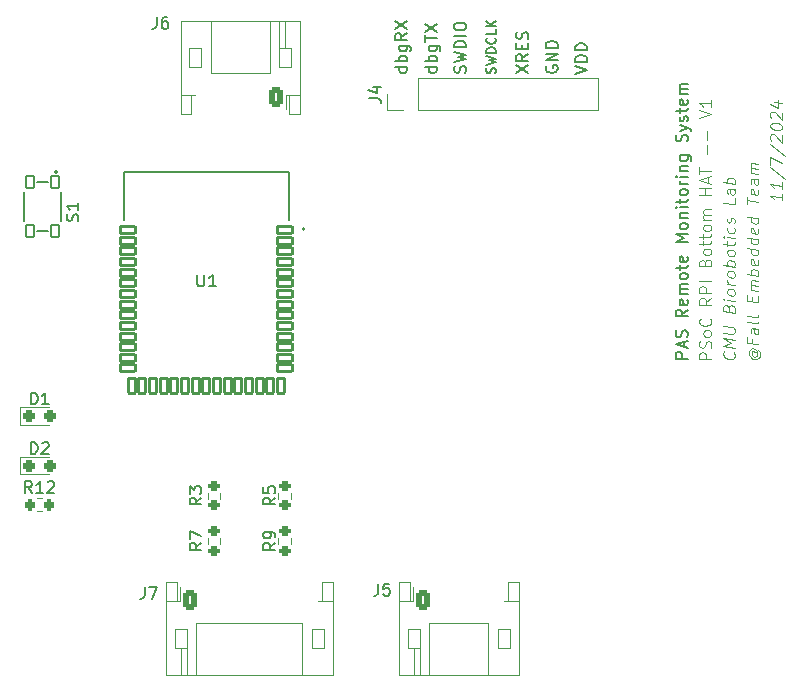
<source format=gbr>
%TF.GenerationSoftware,KiCad,Pcbnew,8.0.5*%
%TF.CreationDate,2024-11-08T11:27:06-05:00*%
%TF.ProjectId,psocpcb,70736f63-7063-4622-9e6b-696361645f70,rev?*%
%TF.SameCoordinates,Original*%
%TF.FileFunction,Legend,Top*%
%TF.FilePolarity,Positive*%
%FSLAX46Y46*%
G04 Gerber Fmt 4.6, Leading zero omitted, Abs format (unit mm)*
G04 Created by KiCad (PCBNEW 8.0.5) date 2024-11-08 11:27:06*
%MOMM*%
%LPD*%
G01*
G04 APERTURE LIST*
G04 Aperture macros list*
%AMRoundRect*
0 Rectangle with rounded corners*
0 $1 Rounding radius*
0 $2 $3 $4 $5 $6 $7 $8 $9 X,Y pos of 4 corners*
0 Add a 4 corners polygon primitive as box body*
4,1,4,$2,$3,$4,$5,$6,$7,$8,$9,$2,$3,0*
0 Add four circle primitives for the rounded corners*
1,1,$1+$1,$2,$3*
1,1,$1+$1,$4,$5*
1,1,$1+$1,$6,$7*
1,1,$1+$1,$8,$9*
0 Add four rect primitives between the rounded corners*
20,1,$1+$1,$2,$3,$4,$5,0*
20,1,$1+$1,$4,$5,$6,$7,0*
20,1,$1+$1,$6,$7,$8,$9,0*
20,1,$1+$1,$8,$9,$2,$3,0*%
G04 Aperture macros list end*
%ADD10C,0.200000*%
%ADD11C,0.100000*%
%ADD12C,0.125000*%
%ADD13C,0.150000*%
%ADD14C,0.120000*%
%ADD15C,0.127000*%
%ADD16RoundRect,0.200000X-0.200000X-0.275000X0.200000X-0.275000X0.200000X0.275000X-0.200000X0.275000X0*%
%ADD17RoundRect,0.237500X-0.287500X-0.237500X0.287500X-0.237500X0.287500X0.237500X-0.287500X0.237500X0*%
%ADD18C,3.100000*%
%ADD19C,5.400000*%
%ADD20R,1.700000X1.700000*%
%ADD21O,1.700000X1.700000*%
%ADD22RoundRect,0.250000X-0.350000X-0.625000X0.350000X-0.625000X0.350000X0.625000X-0.350000X0.625000X0*%
%ADD23O,1.200000X1.750000*%
%ADD24RoundRect,0.102000X-0.635000X-0.305000X0.635000X-0.305000X0.635000X0.305000X-0.635000X0.305000X0*%
%ADD25RoundRect,0.102000X-0.305000X-0.635000X0.305000X-0.635000X0.305000X0.635000X-0.305000X0.635000X0*%
%ADD26RoundRect,0.102000X-0.325000X0.525000X-0.325000X-0.525000X0.325000X-0.525000X0.325000X0.525000X0*%
%ADD27RoundRect,0.200000X-0.275000X0.200000X-0.275000X-0.200000X0.275000X-0.200000X0.275000X0.200000X0*%
%ADD28RoundRect,0.250000X0.350000X0.625000X-0.350000X0.625000X-0.350000X-0.625000X0.350000X-0.625000X0*%
G04 APERTURE END LIST*
D10*
X160867219Y-61630326D02*
X159867219Y-61630326D01*
X159867219Y-61630326D02*
X159867219Y-61249374D01*
X159867219Y-61249374D02*
X159914838Y-61154136D01*
X159914838Y-61154136D02*
X159962457Y-61106517D01*
X159962457Y-61106517D02*
X160057695Y-61058898D01*
X160057695Y-61058898D02*
X160200552Y-61058898D01*
X160200552Y-61058898D02*
X160295790Y-61106517D01*
X160295790Y-61106517D02*
X160343409Y-61154136D01*
X160343409Y-61154136D02*
X160391028Y-61249374D01*
X160391028Y-61249374D02*
X160391028Y-61630326D01*
X160581504Y-60677945D02*
X160581504Y-60201755D01*
X160867219Y-60773183D02*
X159867219Y-60439850D01*
X159867219Y-60439850D02*
X160867219Y-60106517D01*
X160819600Y-59820802D02*
X160867219Y-59677945D01*
X160867219Y-59677945D02*
X160867219Y-59439850D01*
X160867219Y-59439850D02*
X160819600Y-59344612D01*
X160819600Y-59344612D02*
X160771980Y-59296993D01*
X160771980Y-59296993D02*
X160676742Y-59249374D01*
X160676742Y-59249374D02*
X160581504Y-59249374D01*
X160581504Y-59249374D02*
X160486266Y-59296993D01*
X160486266Y-59296993D02*
X160438647Y-59344612D01*
X160438647Y-59344612D02*
X160391028Y-59439850D01*
X160391028Y-59439850D02*
X160343409Y-59630326D01*
X160343409Y-59630326D02*
X160295790Y-59725564D01*
X160295790Y-59725564D02*
X160248171Y-59773183D01*
X160248171Y-59773183D02*
X160152933Y-59820802D01*
X160152933Y-59820802D02*
X160057695Y-59820802D01*
X160057695Y-59820802D02*
X159962457Y-59773183D01*
X159962457Y-59773183D02*
X159914838Y-59725564D01*
X159914838Y-59725564D02*
X159867219Y-59630326D01*
X159867219Y-59630326D02*
X159867219Y-59392231D01*
X159867219Y-59392231D02*
X159914838Y-59249374D01*
X160867219Y-57487469D02*
X160391028Y-57820802D01*
X160867219Y-58058897D02*
X159867219Y-58058897D01*
X159867219Y-58058897D02*
X159867219Y-57677945D01*
X159867219Y-57677945D02*
X159914838Y-57582707D01*
X159914838Y-57582707D02*
X159962457Y-57535088D01*
X159962457Y-57535088D02*
X160057695Y-57487469D01*
X160057695Y-57487469D02*
X160200552Y-57487469D01*
X160200552Y-57487469D02*
X160295790Y-57535088D01*
X160295790Y-57535088D02*
X160343409Y-57582707D01*
X160343409Y-57582707D02*
X160391028Y-57677945D01*
X160391028Y-57677945D02*
X160391028Y-58058897D01*
X160819600Y-56677945D02*
X160867219Y-56773183D01*
X160867219Y-56773183D02*
X160867219Y-56963659D01*
X160867219Y-56963659D02*
X160819600Y-57058897D01*
X160819600Y-57058897D02*
X160724361Y-57106516D01*
X160724361Y-57106516D02*
X160343409Y-57106516D01*
X160343409Y-57106516D02*
X160248171Y-57058897D01*
X160248171Y-57058897D02*
X160200552Y-56963659D01*
X160200552Y-56963659D02*
X160200552Y-56773183D01*
X160200552Y-56773183D02*
X160248171Y-56677945D01*
X160248171Y-56677945D02*
X160343409Y-56630326D01*
X160343409Y-56630326D02*
X160438647Y-56630326D01*
X160438647Y-56630326D02*
X160533885Y-57106516D01*
X160867219Y-56201754D02*
X160200552Y-56201754D01*
X160295790Y-56201754D02*
X160248171Y-56154135D01*
X160248171Y-56154135D02*
X160200552Y-56058897D01*
X160200552Y-56058897D02*
X160200552Y-55916040D01*
X160200552Y-55916040D02*
X160248171Y-55820802D01*
X160248171Y-55820802D02*
X160343409Y-55773183D01*
X160343409Y-55773183D02*
X160867219Y-55773183D01*
X160343409Y-55773183D02*
X160248171Y-55725564D01*
X160248171Y-55725564D02*
X160200552Y-55630326D01*
X160200552Y-55630326D02*
X160200552Y-55487469D01*
X160200552Y-55487469D02*
X160248171Y-55392230D01*
X160248171Y-55392230D02*
X160343409Y-55344611D01*
X160343409Y-55344611D02*
X160867219Y-55344611D01*
X160867219Y-54725564D02*
X160819600Y-54820802D01*
X160819600Y-54820802D02*
X160771980Y-54868421D01*
X160771980Y-54868421D02*
X160676742Y-54916040D01*
X160676742Y-54916040D02*
X160391028Y-54916040D01*
X160391028Y-54916040D02*
X160295790Y-54868421D01*
X160295790Y-54868421D02*
X160248171Y-54820802D01*
X160248171Y-54820802D02*
X160200552Y-54725564D01*
X160200552Y-54725564D02*
X160200552Y-54582707D01*
X160200552Y-54582707D02*
X160248171Y-54487469D01*
X160248171Y-54487469D02*
X160295790Y-54439850D01*
X160295790Y-54439850D02*
X160391028Y-54392231D01*
X160391028Y-54392231D02*
X160676742Y-54392231D01*
X160676742Y-54392231D02*
X160771980Y-54439850D01*
X160771980Y-54439850D02*
X160819600Y-54487469D01*
X160819600Y-54487469D02*
X160867219Y-54582707D01*
X160867219Y-54582707D02*
X160867219Y-54725564D01*
X160200552Y-54106516D02*
X160200552Y-53725564D01*
X159867219Y-53963659D02*
X160724361Y-53963659D01*
X160724361Y-53963659D02*
X160819600Y-53916040D01*
X160819600Y-53916040D02*
X160867219Y-53820802D01*
X160867219Y-53820802D02*
X160867219Y-53725564D01*
X160819600Y-53011278D02*
X160867219Y-53106516D01*
X160867219Y-53106516D02*
X160867219Y-53296992D01*
X160867219Y-53296992D02*
X160819600Y-53392230D01*
X160819600Y-53392230D02*
X160724361Y-53439849D01*
X160724361Y-53439849D02*
X160343409Y-53439849D01*
X160343409Y-53439849D02*
X160248171Y-53392230D01*
X160248171Y-53392230D02*
X160200552Y-53296992D01*
X160200552Y-53296992D02*
X160200552Y-53106516D01*
X160200552Y-53106516D02*
X160248171Y-53011278D01*
X160248171Y-53011278D02*
X160343409Y-52963659D01*
X160343409Y-52963659D02*
X160438647Y-52963659D01*
X160438647Y-52963659D02*
X160533885Y-53439849D01*
X160867219Y-51773182D02*
X159867219Y-51773182D01*
X159867219Y-51773182D02*
X160581504Y-51439849D01*
X160581504Y-51439849D02*
X159867219Y-51106516D01*
X159867219Y-51106516D02*
X160867219Y-51106516D01*
X160867219Y-50487468D02*
X160819600Y-50582706D01*
X160819600Y-50582706D02*
X160771980Y-50630325D01*
X160771980Y-50630325D02*
X160676742Y-50677944D01*
X160676742Y-50677944D02*
X160391028Y-50677944D01*
X160391028Y-50677944D02*
X160295790Y-50630325D01*
X160295790Y-50630325D02*
X160248171Y-50582706D01*
X160248171Y-50582706D02*
X160200552Y-50487468D01*
X160200552Y-50487468D02*
X160200552Y-50344611D01*
X160200552Y-50344611D02*
X160248171Y-50249373D01*
X160248171Y-50249373D02*
X160295790Y-50201754D01*
X160295790Y-50201754D02*
X160391028Y-50154135D01*
X160391028Y-50154135D02*
X160676742Y-50154135D01*
X160676742Y-50154135D02*
X160771980Y-50201754D01*
X160771980Y-50201754D02*
X160819600Y-50249373D01*
X160819600Y-50249373D02*
X160867219Y-50344611D01*
X160867219Y-50344611D02*
X160867219Y-50487468D01*
X160200552Y-49725563D02*
X160867219Y-49725563D01*
X160295790Y-49725563D02*
X160248171Y-49677944D01*
X160248171Y-49677944D02*
X160200552Y-49582706D01*
X160200552Y-49582706D02*
X160200552Y-49439849D01*
X160200552Y-49439849D02*
X160248171Y-49344611D01*
X160248171Y-49344611D02*
X160343409Y-49296992D01*
X160343409Y-49296992D02*
X160867219Y-49296992D01*
X160867219Y-48820801D02*
X160200552Y-48820801D01*
X159867219Y-48820801D02*
X159914838Y-48868420D01*
X159914838Y-48868420D02*
X159962457Y-48820801D01*
X159962457Y-48820801D02*
X159914838Y-48773182D01*
X159914838Y-48773182D02*
X159867219Y-48820801D01*
X159867219Y-48820801D02*
X159962457Y-48820801D01*
X160200552Y-48487468D02*
X160200552Y-48106516D01*
X159867219Y-48344611D02*
X160724361Y-48344611D01*
X160724361Y-48344611D02*
X160819600Y-48296992D01*
X160819600Y-48296992D02*
X160867219Y-48201754D01*
X160867219Y-48201754D02*
X160867219Y-48106516D01*
X160867219Y-47630325D02*
X160819600Y-47725563D01*
X160819600Y-47725563D02*
X160771980Y-47773182D01*
X160771980Y-47773182D02*
X160676742Y-47820801D01*
X160676742Y-47820801D02*
X160391028Y-47820801D01*
X160391028Y-47820801D02*
X160295790Y-47773182D01*
X160295790Y-47773182D02*
X160248171Y-47725563D01*
X160248171Y-47725563D02*
X160200552Y-47630325D01*
X160200552Y-47630325D02*
X160200552Y-47487468D01*
X160200552Y-47487468D02*
X160248171Y-47392230D01*
X160248171Y-47392230D02*
X160295790Y-47344611D01*
X160295790Y-47344611D02*
X160391028Y-47296992D01*
X160391028Y-47296992D02*
X160676742Y-47296992D01*
X160676742Y-47296992D02*
X160771980Y-47344611D01*
X160771980Y-47344611D02*
X160819600Y-47392230D01*
X160819600Y-47392230D02*
X160867219Y-47487468D01*
X160867219Y-47487468D02*
X160867219Y-47630325D01*
X160867219Y-46868420D02*
X160200552Y-46868420D01*
X160391028Y-46868420D02*
X160295790Y-46820801D01*
X160295790Y-46820801D02*
X160248171Y-46773182D01*
X160248171Y-46773182D02*
X160200552Y-46677944D01*
X160200552Y-46677944D02*
X160200552Y-46582706D01*
X160867219Y-46249372D02*
X160200552Y-46249372D01*
X159867219Y-46249372D02*
X159914838Y-46296991D01*
X159914838Y-46296991D02*
X159962457Y-46249372D01*
X159962457Y-46249372D02*
X159914838Y-46201753D01*
X159914838Y-46201753D02*
X159867219Y-46249372D01*
X159867219Y-46249372D02*
X159962457Y-46249372D01*
X160200552Y-45773182D02*
X160867219Y-45773182D01*
X160295790Y-45773182D02*
X160248171Y-45725563D01*
X160248171Y-45725563D02*
X160200552Y-45630325D01*
X160200552Y-45630325D02*
X160200552Y-45487468D01*
X160200552Y-45487468D02*
X160248171Y-45392230D01*
X160248171Y-45392230D02*
X160343409Y-45344611D01*
X160343409Y-45344611D02*
X160867219Y-45344611D01*
X160200552Y-44439849D02*
X161010076Y-44439849D01*
X161010076Y-44439849D02*
X161105314Y-44487468D01*
X161105314Y-44487468D02*
X161152933Y-44535087D01*
X161152933Y-44535087D02*
X161200552Y-44630325D01*
X161200552Y-44630325D02*
X161200552Y-44773182D01*
X161200552Y-44773182D02*
X161152933Y-44868420D01*
X160819600Y-44439849D02*
X160867219Y-44535087D01*
X160867219Y-44535087D02*
X160867219Y-44725563D01*
X160867219Y-44725563D02*
X160819600Y-44820801D01*
X160819600Y-44820801D02*
X160771980Y-44868420D01*
X160771980Y-44868420D02*
X160676742Y-44916039D01*
X160676742Y-44916039D02*
X160391028Y-44916039D01*
X160391028Y-44916039D02*
X160295790Y-44868420D01*
X160295790Y-44868420D02*
X160248171Y-44820801D01*
X160248171Y-44820801D02*
X160200552Y-44725563D01*
X160200552Y-44725563D02*
X160200552Y-44535087D01*
X160200552Y-44535087D02*
X160248171Y-44439849D01*
X160819600Y-43249372D02*
X160867219Y-43106515D01*
X160867219Y-43106515D02*
X160867219Y-42868420D01*
X160867219Y-42868420D02*
X160819600Y-42773182D01*
X160819600Y-42773182D02*
X160771980Y-42725563D01*
X160771980Y-42725563D02*
X160676742Y-42677944D01*
X160676742Y-42677944D02*
X160581504Y-42677944D01*
X160581504Y-42677944D02*
X160486266Y-42725563D01*
X160486266Y-42725563D02*
X160438647Y-42773182D01*
X160438647Y-42773182D02*
X160391028Y-42868420D01*
X160391028Y-42868420D02*
X160343409Y-43058896D01*
X160343409Y-43058896D02*
X160295790Y-43154134D01*
X160295790Y-43154134D02*
X160248171Y-43201753D01*
X160248171Y-43201753D02*
X160152933Y-43249372D01*
X160152933Y-43249372D02*
X160057695Y-43249372D01*
X160057695Y-43249372D02*
X159962457Y-43201753D01*
X159962457Y-43201753D02*
X159914838Y-43154134D01*
X159914838Y-43154134D02*
X159867219Y-43058896D01*
X159867219Y-43058896D02*
X159867219Y-42820801D01*
X159867219Y-42820801D02*
X159914838Y-42677944D01*
X160200552Y-42344610D02*
X160867219Y-42106515D01*
X160200552Y-41868420D02*
X160867219Y-42106515D01*
X160867219Y-42106515D02*
X161105314Y-42201753D01*
X161105314Y-42201753D02*
X161152933Y-42249372D01*
X161152933Y-42249372D02*
X161200552Y-42344610D01*
X160819600Y-41535086D02*
X160867219Y-41439848D01*
X160867219Y-41439848D02*
X160867219Y-41249372D01*
X160867219Y-41249372D02*
X160819600Y-41154134D01*
X160819600Y-41154134D02*
X160724361Y-41106515D01*
X160724361Y-41106515D02*
X160676742Y-41106515D01*
X160676742Y-41106515D02*
X160581504Y-41154134D01*
X160581504Y-41154134D02*
X160533885Y-41249372D01*
X160533885Y-41249372D02*
X160533885Y-41392229D01*
X160533885Y-41392229D02*
X160486266Y-41487467D01*
X160486266Y-41487467D02*
X160391028Y-41535086D01*
X160391028Y-41535086D02*
X160343409Y-41535086D01*
X160343409Y-41535086D02*
X160248171Y-41487467D01*
X160248171Y-41487467D02*
X160200552Y-41392229D01*
X160200552Y-41392229D02*
X160200552Y-41249372D01*
X160200552Y-41249372D02*
X160248171Y-41154134D01*
X160200552Y-40820800D02*
X160200552Y-40439848D01*
X159867219Y-40677943D02*
X160724361Y-40677943D01*
X160724361Y-40677943D02*
X160819600Y-40630324D01*
X160819600Y-40630324D02*
X160867219Y-40535086D01*
X160867219Y-40535086D02*
X160867219Y-40439848D01*
X160819600Y-39725562D02*
X160867219Y-39820800D01*
X160867219Y-39820800D02*
X160867219Y-40011276D01*
X160867219Y-40011276D02*
X160819600Y-40106514D01*
X160819600Y-40106514D02*
X160724361Y-40154133D01*
X160724361Y-40154133D02*
X160343409Y-40154133D01*
X160343409Y-40154133D02*
X160248171Y-40106514D01*
X160248171Y-40106514D02*
X160200552Y-40011276D01*
X160200552Y-40011276D02*
X160200552Y-39820800D01*
X160200552Y-39820800D02*
X160248171Y-39725562D01*
X160248171Y-39725562D02*
X160343409Y-39677943D01*
X160343409Y-39677943D02*
X160438647Y-39677943D01*
X160438647Y-39677943D02*
X160533885Y-40154133D01*
X160867219Y-39249371D02*
X160200552Y-39249371D01*
X160295790Y-39249371D02*
X160248171Y-39201752D01*
X160248171Y-39201752D02*
X160200552Y-39106514D01*
X160200552Y-39106514D02*
X160200552Y-38963657D01*
X160200552Y-38963657D02*
X160248171Y-38868419D01*
X160248171Y-38868419D02*
X160343409Y-38820800D01*
X160343409Y-38820800D02*
X160867219Y-38820800D01*
X160343409Y-38820800D02*
X160248171Y-38773181D01*
X160248171Y-38773181D02*
X160200552Y-38677943D01*
X160200552Y-38677943D02*
X160200552Y-38535086D01*
X160200552Y-38535086D02*
X160248171Y-38439847D01*
X160248171Y-38439847D02*
X160343409Y-38392228D01*
X160343409Y-38392228D02*
X160867219Y-38392228D01*
X148914838Y-36856517D02*
X148867219Y-36951755D01*
X148867219Y-36951755D02*
X148867219Y-37094612D01*
X148867219Y-37094612D02*
X148914838Y-37237469D01*
X148914838Y-37237469D02*
X149010076Y-37332707D01*
X149010076Y-37332707D02*
X149105314Y-37380326D01*
X149105314Y-37380326D02*
X149295790Y-37427945D01*
X149295790Y-37427945D02*
X149438647Y-37427945D01*
X149438647Y-37427945D02*
X149629123Y-37380326D01*
X149629123Y-37380326D02*
X149724361Y-37332707D01*
X149724361Y-37332707D02*
X149819600Y-37237469D01*
X149819600Y-37237469D02*
X149867219Y-37094612D01*
X149867219Y-37094612D02*
X149867219Y-36999374D01*
X149867219Y-36999374D02*
X149819600Y-36856517D01*
X149819600Y-36856517D02*
X149771980Y-36808898D01*
X149771980Y-36808898D02*
X149438647Y-36808898D01*
X149438647Y-36808898D02*
X149438647Y-36999374D01*
X149867219Y-36380326D02*
X148867219Y-36380326D01*
X148867219Y-36380326D02*
X149867219Y-35808898D01*
X149867219Y-35808898D02*
X148867219Y-35808898D01*
X149867219Y-35332707D02*
X148867219Y-35332707D01*
X148867219Y-35332707D02*
X148867219Y-35094612D01*
X148867219Y-35094612D02*
X148914838Y-34951755D01*
X148914838Y-34951755D02*
X149010076Y-34856517D01*
X149010076Y-34856517D02*
X149105314Y-34808898D01*
X149105314Y-34808898D02*
X149295790Y-34761279D01*
X149295790Y-34761279D02*
X149438647Y-34761279D01*
X149438647Y-34761279D02*
X149629123Y-34808898D01*
X149629123Y-34808898D02*
X149724361Y-34856517D01*
X149724361Y-34856517D02*
X149819600Y-34951755D01*
X149819600Y-34951755D02*
X149867219Y-35094612D01*
X149867219Y-35094612D02*
X149867219Y-35332707D01*
D11*
X168872419Y-47678258D02*
X168872419Y-48249687D01*
X168872419Y-47963972D02*
X167872419Y-47838972D01*
X167872419Y-47838972D02*
X168015276Y-47952068D01*
X168015276Y-47952068D02*
X168110514Y-48059211D01*
X168110514Y-48059211D02*
X168158133Y-48160401D01*
X168872419Y-46725877D02*
X168872419Y-47297306D01*
X168872419Y-47011591D02*
X167872419Y-46886591D01*
X167872419Y-46886591D02*
X168015276Y-46999687D01*
X168015276Y-46999687D02*
X168110514Y-47106830D01*
X168110514Y-47106830D02*
X168158133Y-47208020D01*
X167824800Y-45452068D02*
X169110514Y-46469925D01*
X167872419Y-45219925D02*
X167872419Y-44553258D01*
X167872419Y-44553258D02*
X168872419Y-45106830D01*
X167824800Y-43452068D02*
X169110514Y-44469925D01*
X167967657Y-43184210D02*
X167920038Y-43130639D01*
X167920038Y-43130639D02*
X167872419Y-43029449D01*
X167872419Y-43029449D02*
X167872419Y-42791353D01*
X167872419Y-42791353D02*
X167920038Y-42702068D01*
X167920038Y-42702068D02*
X167967657Y-42660401D01*
X167967657Y-42660401D02*
X168062895Y-42624687D01*
X168062895Y-42624687D02*
X168158133Y-42636591D01*
X168158133Y-42636591D02*
X168300990Y-42702068D01*
X168300990Y-42702068D02*
X168872419Y-43344925D01*
X168872419Y-43344925D02*
X168872419Y-42725877D01*
X167872419Y-41981829D02*
X167872419Y-41886591D01*
X167872419Y-41886591D02*
X167920038Y-41797306D01*
X167920038Y-41797306D02*
X167967657Y-41755639D01*
X167967657Y-41755639D02*
X168062895Y-41719925D01*
X168062895Y-41719925D02*
X168253371Y-41696115D01*
X168253371Y-41696115D02*
X168491466Y-41725877D01*
X168491466Y-41725877D02*
X168681942Y-41797306D01*
X168681942Y-41797306D02*
X168777180Y-41856829D01*
X168777180Y-41856829D02*
X168824800Y-41910401D01*
X168824800Y-41910401D02*
X168872419Y-42011591D01*
X168872419Y-42011591D02*
X168872419Y-42106829D01*
X168872419Y-42106829D02*
X168824800Y-42196115D01*
X168824800Y-42196115D02*
X168777180Y-42237782D01*
X168777180Y-42237782D02*
X168681942Y-42273496D01*
X168681942Y-42273496D02*
X168491466Y-42297306D01*
X168491466Y-42297306D02*
X168253371Y-42267544D01*
X168253371Y-42267544D02*
X168062895Y-42196115D01*
X168062895Y-42196115D02*
X167967657Y-42136591D01*
X167967657Y-42136591D02*
X167920038Y-42083020D01*
X167920038Y-42083020D02*
X167872419Y-41981829D01*
X167967657Y-41279448D02*
X167920038Y-41225877D01*
X167920038Y-41225877D02*
X167872419Y-41124687D01*
X167872419Y-41124687D02*
X167872419Y-40886591D01*
X167872419Y-40886591D02*
X167920038Y-40797306D01*
X167920038Y-40797306D02*
X167967657Y-40755639D01*
X167967657Y-40755639D02*
X168062895Y-40719925D01*
X168062895Y-40719925D02*
X168158133Y-40731829D01*
X168158133Y-40731829D02*
X168300990Y-40797306D01*
X168300990Y-40797306D02*
X168872419Y-41440163D01*
X168872419Y-41440163D02*
X168872419Y-40821115D01*
X168205752Y-39880639D02*
X168872419Y-39963972D01*
X167824800Y-40071115D02*
X168539085Y-40398496D01*
X168539085Y-40398496D02*
X168539085Y-39779448D01*
X164777180Y-61118734D02*
X164824800Y-61172306D01*
X164824800Y-61172306D02*
X164872419Y-61321115D01*
X164872419Y-61321115D02*
X164872419Y-61416353D01*
X164872419Y-61416353D02*
X164824800Y-61553258D01*
X164824800Y-61553258D02*
X164729561Y-61636591D01*
X164729561Y-61636591D02*
X164634323Y-61672306D01*
X164634323Y-61672306D02*
X164443847Y-61696115D01*
X164443847Y-61696115D02*
X164300990Y-61678258D01*
X164300990Y-61678258D02*
X164110514Y-61606830D01*
X164110514Y-61606830D02*
X164015276Y-61547306D01*
X164015276Y-61547306D02*
X163920038Y-61440163D01*
X163920038Y-61440163D02*
X163872419Y-61291353D01*
X163872419Y-61291353D02*
X163872419Y-61196115D01*
X163872419Y-61196115D02*
X163920038Y-61059211D01*
X163920038Y-61059211D02*
X163967657Y-61017544D01*
X164872419Y-60702068D02*
X163872419Y-60577068D01*
X163872419Y-60577068D02*
X164586704Y-60333020D01*
X164586704Y-60333020D02*
X163872419Y-59910401D01*
X163872419Y-59910401D02*
X164872419Y-60035401D01*
X163872419Y-59434211D02*
X164681942Y-59535401D01*
X164681942Y-59535401D02*
X164777180Y-59499687D01*
X164777180Y-59499687D02*
X164824800Y-59458020D01*
X164824800Y-59458020D02*
X164872419Y-59368734D01*
X164872419Y-59368734D02*
X164872419Y-59178258D01*
X164872419Y-59178258D02*
X164824800Y-59077068D01*
X164824800Y-59077068D02*
X164777180Y-59023496D01*
X164777180Y-59023496D02*
X164681942Y-58963973D01*
X164681942Y-58963973D02*
X163872419Y-58862782D01*
X164348609Y-57350877D02*
X164396228Y-57213972D01*
X164396228Y-57213972D02*
X164443847Y-57172306D01*
X164443847Y-57172306D02*
X164539085Y-57136591D01*
X164539085Y-57136591D02*
X164681942Y-57154449D01*
X164681942Y-57154449D02*
X164777180Y-57213972D01*
X164777180Y-57213972D02*
X164824800Y-57267544D01*
X164824800Y-57267544D02*
X164872419Y-57368734D01*
X164872419Y-57368734D02*
X164872419Y-57749687D01*
X164872419Y-57749687D02*
X163872419Y-57624687D01*
X163872419Y-57624687D02*
X163872419Y-57291353D01*
X163872419Y-57291353D02*
X163920038Y-57202068D01*
X163920038Y-57202068D02*
X163967657Y-57160401D01*
X163967657Y-57160401D02*
X164062895Y-57124687D01*
X164062895Y-57124687D02*
X164158133Y-57136591D01*
X164158133Y-57136591D02*
X164253371Y-57196115D01*
X164253371Y-57196115D02*
X164300990Y-57249687D01*
X164300990Y-57249687D02*
X164348609Y-57350877D01*
X164348609Y-57350877D02*
X164348609Y-57684210D01*
X164872419Y-56749687D02*
X164205752Y-56666353D01*
X163872419Y-56624687D02*
X163920038Y-56678258D01*
X163920038Y-56678258D02*
X163967657Y-56636591D01*
X163967657Y-56636591D02*
X163920038Y-56583020D01*
X163920038Y-56583020D02*
X163872419Y-56624687D01*
X163872419Y-56624687D02*
X163967657Y-56636591D01*
X164872419Y-56130640D02*
X164824800Y-56219925D01*
X164824800Y-56219925D02*
X164777180Y-56261592D01*
X164777180Y-56261592D02*
X164681942Y-56297306D01*
X164681942Y-56297306D02*
X164396228Y-56261592D01*
X164396228Y-56261592D02*
X164300990Y-56202068D01*
X164300990Y-56202068D02*
X164253371Y-56148497D01*
X164253371Y-56148497D02*
X164205752Y-56047306D01*
X164205752Y-56047306D02*
X164205752Y-55904449D01*
X164205752Y-55904449D02*
X164253371Y-55815163D01*
X164253371Y-55815163D02*
X164300990Y-55773497D01*
X164300990Y-55773497D02*
X164396228Y-55737782D01*
X164396228Y-55737782D02*
X164681942Y-55773497D01*
X164681942Y-55773497D02*
X164777180Y-55833020D01*
X164777180Y-55833020D02*
X164824800Y-55886592D01*
X164824800Y-55886592D02*
X164872419Y-55987782D01*
X164872419Y-55987782D02*
X164872419Y-56130640D01*
X164872419Y-55368735D02*
X164205752Y-55285401D01*
X164396228Y-55309211D02*
X164300990Y-55249687D01*
X164300990Y-55249687D02*
X164253371Y-55196116D01*
X164253371Y-55196116D02*
X164205752Y-55094925D01*
X164205752Y-55094925D02*
X164205752Y-54999687D01*
X164872419Y-54606830D02*
X164824800Y-54696115D01*
X164824800Y-54696115D02*
X164777180Y-54737782D01*
X164777180Y-54737782D02*
X164681942Y-54773496D01*
X164681942Y-54773496D02*
X164396228Y-54737782D01*
X164396228Y-54737782D02*
X164300990Y-54678258D01*
X164300990Y-54678258D02*
X164253371Y-54624687D01*
X164253371Y-54624687D02*
X164205752Y-54523496D01*
X164205752Y-54523496D02*
X164205752Y-54380639D01*
X164205752Y-54380639D02*
X164253371Y-54291353D01*
X164253371Y-54291353D02*
X164300990Y-54249687D01*
X164300990Y-54249687D02*
X164396228Y-54213972D01*
X164396228Y-54213972D02*
X164681942Y-54249687D01*
X164681942Y-54249687D02*
X164777180Y-54309210D01*
X164777180Y-54309210D02*
X164824800Y-54362782D01*
X164824800Y-54362782D02*
X164872419Y-54463972D01*
X164872419Y-54463972D02*
X164872419Y-54606830D01*
X164872419Y-53844925D02*
X163872419Y-53719925D01*
X164253371Y-53767544D02*
X164205752Y-53666353D01*
X164205752Y-53666353D02*
X164205752Y-53475877D01*
X164205752Y-53475877D02*
X164253371Y-53386591D01*
X164253371Y-53386591D02*
X164300990Y-53344925D01*
X164300990Y-53344925D02*
X164396228Y-53309210D01*
X164396228Y-53309210D02*
X164681942Y-53344925D01*
X164681942Y-53344925D02*
X164777180Y-53404448D01*
X164777180Y-53404448D02*
X164824800Y-53458020D01*
X164824800Y-53458020D02*
X164872419Y-53559210D01*
X164872419Y-53559210D02*
X164872419Y-53749687D01*
X164872419Y-53749687D02*
X164824800Y-53838972D01*
X164872419Y-52797306D02*
X164824800Y-52886591D01*
X164824800Y-52886591D02*
X164777180Y-52928258D01*
X164777180Y-52928258D02*
X164681942Y-52963972D01*
X164681942Y-52963972D02*
X164396228Y-52928258D01*
X164396228Y-52928258D02*
X164300990Y-52868734D01*
X164300990Y-52868734D02*
X164253371Y-52815163D01*
X164253371Y-52815163D02*
X164205752Y-52713972D01*
X164205752Y-52713972D02*
X164205752Y-52571115D01*
X164205752Y-52571115D02*
X164253371Y-52481829D01*
X164253371Y-52481829D02*
X164300990Y-52440163D01*
X164300990Y-52440163D02*
X164396228Y-52404448D01*
X164396228Y-52404448D02*
X164681942Y-52440163D01*
X164681942Y-52440163D02*
X164777180Y-52499686D01*
X164777180Y-52499686D02*
X164824800Y-52553258D01*
X164824800Y-52553258D02*
X164872419Y-52654448D01*
X164872419Y-52654448D02*
X164872419Y-52797306D01*
X164205752Y-52094924D02*
X164205752Y-51713972D01*
X163872419Y-51910401D02*
X164729561Y-52017544D01*
X164729561Y-52017544D02*
X164824800Y-51981829D01*
X164824800Y-51981829D02*
X164872419Y-51892544D01*
X164872419Y-51892544D02*
X164872419Y-51797305D01*
X164872419Y-51463972D02*
X164205752Y-51380638D01*
X163872419Y-51338972D02*
X163920038Y-51392543D01*
X163920038Y-51392543D02*
X163967657Y-51350876D01*
X163967657Y-51350876D02*
X163920038Y-51297305D01*
X163920038Y-51297305D02*
X163872419Y-51338972D01*
X163872419Y-51338972D02*
X163967657Y-51350876D01*
X164824800Y-50553258D02*
X164872419Y-50654448D01*
X164872419Y-50654448D02*
X164872419Y-50844925D01*
X164872419Y-50844925D02*
X164824800Y-50934210D01*
X164824800Y-50934210D02*
X164777180Y-50975877D01*
X164777180Y-50975877D02*
X164681942Y-51011591D01*
X164681942Y-51011591D02*
X164396228Y-50975877D01*
X164396228Y-50975877D02*
X164300990Y-50916353D01*
X164300990Y-50916353D02*
X164253371Y-50862782D01*
X164253371Y-50862782D02*
X164205752Y-50761591D01*
X164205752Y-50761591D02*
X164205752Y-50571115D01*
X164205752Y-50571115D02*
X164253371Y-50481829D01*
X164824800Y-50172305D02*
X164872419Y-50083020D01*
X164872419Y-50083020D02*
X164872419Y-49892543D01*
X164872419Y-49892543D02*
X164824800Y-49791353D01*
X164824800Y-49791353D02*
X164729561Y-49731829D01*
X164729561Y-49731829D02*
X164681942Y-49725877D01*
X164681942Y-49725877D02*
X164586704Y-49761591D01*
X164586704Y-49761591D02*
X164539085Y-49850877D01*
X164539085Y-49850877D02*
X164539085Y-49993734D01*
X164539085Y-49993734D02*
X164491466Y-50083020D01*
X164491466Y-50083020D02*
X164396228Y-50118734D01*
X164396228Y-50118734D02*
X164348609Y-50112782D01*
X164348609Y-50112782D02*
X164253371Y-50053258D01*
X164253371Y-50053258D02*
X164205752Y-49952067D01*
X164205752Y-49952067D02*
X164205752Y-49809210D01*
X164205752Y-49809210D02*
X164253371Y-49719924D01*
X164872419Y-48083019D02*
X164872419Y-48559210D01*
X164872419Y-48559210D02*
X163872419Y-48434210D01*
X164872419Y-47321114D02*
X164348609Y-47255638D01*
X164348609Y-47255638D02*
X164253371Y-47291352D01*
X164253371Y-47291352D02*
X164205752Y-47380638D01*
X164205752Y-47380638D02*
X164205752Y-47571114D01*
X164205752Y-47571114D02*
X164253371Y-47672305D01*
X164824800Y-47315162D02*
X164872419Y-47416352D01*
X164872419Y-47416352D02*
X164872419Y-47654448D01*
X164872419Y-47654448D02*
X164824800Y-47743733D01*
X164824800Y-47743733D02*
X164729561Y-47779448D01*
X164729561Y-47779448D02*
X164634323Y-47767543D01*
X164634323Y-47767543D02*
X164539085Y-47708019D01*
X164539085Y-47708019D02*
X164491466Y-47606829D01*
X164491466Y-47606829D02*
X164491466Y-47368733D01*
X164491466Y-47368733D02*
X164443847Y-47267543D01*
X164872419Y-46844924D02*
X163872419Y-46719924D01*
X164253371Y-46767543D02*
X164205752Y-46666352D01*
X164205752Y-46666352D02*
X164205752Y-46475876D01*
X164205752Y-46475876D02*
X164253371Y-46386590D01*
X164253371Y-46386590D02*
X164300990Y-46344924D01*
X164300990Y-46344924D02*
X164396228Y-46309209D01*
X164396228Y-46309209D02*
X164681942Y-46344924D01*
X164681942Y-46344924D02*
X164777180Y-46404447D01*
X164777180Y-46404447D02*
X164824800Y-46458019D01*
X164824800Y-46458019D02*
X164872419Y-46559209D01*
X164872419Y-46559209D02*
X164872419Y-46749686D01*
X164872419Y-46749686D02*
X164824800Y-46838971D01*
D10*
X146367219Y-37475564D02*
X147367219Y-36808898D01*
X146367219Y-36808898D02*
X147367219Y-37475564D01*
X147367219Y-35856517D02*
X146891028Y-36189850D01*
X147367219Y-36427945D02*
X146367219Y-36427945D01*
X146367219Y-36427945D02*
X146367219Y-36046993D01*
X146367219Y-36046993D02*
X146414838Y-35951755D01*
X146414838Y-35951755D02*
X146462457Y-35904136D01*
X146462457Y-35904136D02*
X146557695Y-35856517D01*
X146557695Y-35856517D02*
X146700552Y-35856517D01*
X146700552Y-35856517D02*
X146795790Y-35904136D01*
X146795790Y-35904136D02*
X146843409Y-35951755D01*
X146843409Y-35951755D02*
X146891028Y-36046993D01*
X146891028Y-36046993D02*
X146891028Y-36427945D01*
X146843409Y-35427945D02*
X146843409Y-35094612D01*
X147367219Y-34951755D02*
X147367219Y-35427945D01*
X147367219Y-35427945D02*
X146367219Y-35427945D01*
X146367219Y-35427945D02*
X146367219Y-34951755D01*
X147319600Y-34570802D02*
X147367219Y-34427945D01*
X147367219Y-34427945D02*
X147367219Y-34189850D01*
X147367219Y-34189850D02*
X147319600Y-34094612D01*
X147319600Y-34094612D02*
X147271980Y-34046993D01*
X147271980Y-34046993D02*
X147176742Y-33999374D01*
X147176742Y-33999374D02*
X147081504Y-33999374D01*
X147081504Y-33999374D02*
X146986266Y-34046993D01*
X146986266Y-34046993D02*
X146938647Y-34094612D01*
X146938647Y-34094612D02*
X146891028Y-34189850D01*
X146891028Y-34189850D02*
X146843409Y-34380326D01*
X146843409Y-34380326D02*
X146795790Y-34475564D01*
X146795790Y-34475564D02*
X146748171Y-34523183D01*
X146748171Y-34523183D02*
X146652933Y-34570802D01*
X146652933Y-34570802D02*
X146557695Y-34570802D01*
X146557695Y-34570802D02*
X146462457Y-34523183D01*
X146462457Y-34523183D02*
X146414838Y-34475564D01*
X146414838Y-34475564D02*
X146367219Y-34380326D01*
X146367219Y-34380326D02*
X146367219Y-34142231D01*
X146367219Y-34142231D02*
X146414838Y-33999374D01*
X137117219Y-36951755D02*
X136117219Y-36951755D01*
X137069600Y-36951755D02*
X137117219Y-37046993D01*
X137117219Y-37046993D02*
X137117219Y-37237469D01*
X137117219Y-37237469D02*
X137069600Y-37332707D01*
X137069600Y-37332707D02*
X137021980Y-37380326D01*
X137021980Y-37380326D02*
X136926742Y-37427945D01*
X136926742Y-37427945D02*
X136641028Y-37427945D01*
X136641028Y-37427945D02*
X136545790Y-37380326D01*
X136545790Y-37380326D02*
X136498171Y-37332707D01*
X136498171Y-37332707D02*
X136450552Y-37237469D01*
X136450552Y-37237469D02*
X136450552Y-37046993D01*
X136450552Y-37046993D02*
X136498171Y-36951755D01*
X137117219Y-36475564D02*
X136117219Y-36475564D01*
X136498171Y-36475564D02*
X136450552Y-36380326D01*
X136450552Y-36380326D02*
X136450552Y-36189850D01*
X136450552Y-36189850D02*
X136498171Y-36094612D01*
X136498171Y-36094612D02*
X136545790Y-36046993D01*
X136545790Y-36046993D02*
X136641028Y-35999374D01*
X136641028Y-35999374D02*
X136926742Y-35999374D01*
X136926742Y-35999374D02*
X137021980Y-36046993D01*
X137021980Y-36046993D02*
X137069600Y-36094612D01*
X137069600Y-36094612D02*
X137117219Y-36189850D01*
X137117219Y-36189850D02*
X137117219Y-36380326D01*
X137117219Y-36380326D02*
X137069600Y-36475564D01*
X136450552Y-35142231D02*
X137260076Y-35142231D01*
X137260076Y-35142231D02*
X137355314Y-35189850D01*
X137355314Y-35189850D02*
X137402933Y-35237469D01*
X137402933Y-35237469D02*
X137450552Y-35332707D01*
X137450552Y-35332707D02*
X137450552Y-35475564D01*
X137450552Y-35475564D02*
X137402933Y-35570802D01*
X137069600Y-35142231D02*
X137117219Y-35237469D01*
X137117219Y-35237469D02*
X137117219Y-35427945D01*
X137117219Y-35427945D02*
X137069600Y-35523183D01*
X137069600Y-35523183D02*
X137021980Y-35570802D01*
X137021980Y-35570802D02*
X136926742Y-35618421D01*
X136926742Y-35618421D02*
X136641028Y-35618421D01*
X136641028Y-35618421D02*
X136545790Y-35570802D01*
X136545790Y-35570802D02*
X136498171Y-35523183D01*
X136498171Y-35523183D02*
X136450552Y-35427945D01*
X136450552Y-35427945D02*
X136450552Y-35237469D01*
X136450552Y-35237469D02*
X136498171Y-35142231D01*
X137117219Y-34094612D02*
X136641028Y-34427945D01*
X137117219Y-34666040D02*
X136117219Y-34666040D01*
X136117219Y-34666040D02*
X136117219Y-34285088D01*
X136117219Y-34285088D02*
X136164838Y-34189850D01*
X136164838Y-34189850D02*
X136212457Y-34142231D01*
X136212457Y-34142231D02*
X136307695Y-34094612D01*
X136307695Y-34094612D02*
X136450552Y-34094612D01*
X136450552Y-34094612D02*
X136545790Y-34142231D01*
X136545790Y-34142231D02*
X136593409Y-34189850D01*
X136593409Y-34189850D02*
X136641028Y-34285088D01*
X136641028Y-34285088D02*
X136641028Y-34666040D01*
X136117219Y-33761278D02*
X137117219Y-33094612D01*
X136117219Y-33094612D02*
X137117219Y-33761278D01*
X142069600Y-37427945D02*
X142117219Y-37285088D01*
X142117219Y-37285088D02*
X142117219Y-37046993D01*
X142117219Y-37046993D02*
X142069600Y-36951755D01*
X142069600Y-36951755D02*
X142021980Y-36904136D01*
X142021980Y-36904136D02*
X141926742Y-36856517D01*
X141926742Y-36856517D02*
X141831504Y-36856517D01*
X141831504Y-36856517D02*
X141736266Y-36904136D01*
X141736266Y-36904136D02*
X141688647Y-36951755D01*
X141688647Y-36951755D02*
X141641028Y-37046993D01*
X141641028Y-37046993D02*
X141593409Y-37237469D01*
X141593409Y-37237469D02*
X141545790Y-37332707D01*
X141545790Y-37332707D02*
X141498171Y-37380326D01*
X141498171Y-37380326D02*
X141402933Y-37427945D01*
X141402933Y-37427945D02*
X141307695Y-37427945D01*
X141307695Y-37427945D02*
X141212457Y-37380326D01*
X141212457Y-37380326D02*
X141164838Y-37332707D01*
X141164838Y-37332707D02*
X141117219Y-37237469D01*
X141117219Y-37237469D02*
X141117219Y-36999374D01*
X141117219Y-36999374D02*
X141164838Y-36856517D01*
X141117219Y-36523183D02*
X142117219Y-36285088D01*
X142117219Y-36285088D02*
X141402933Y-36094612D01*
X141402933Y-36094612D02*
X142117219Y-35904136D01*
X142117219Y-35904136D02*
X141117219Y-35666041D01*
X142117219Y-35285088D02*
X141117219Y-35285088D01*
X141117219Y-35285088D02*
X141117219Y-35046993D01*
X141117219Y-35046993D02*
X141164838Y-34904136D01*
X141164838Y-34904136D02*
X141260076Y-34808898D01*
X141260076Y-34808898D02*
X141355314Y-34761279D01*
X141355314Y-34761279D02*
X141545790Y-34713660D01*
X141545790Y-34713660D02*
X141688647Y-34713660D01*
X141688647Y-34713660D02*
X141879123Y-34761279D01*
X141879123Y-34761279D02*
X141974361Y-34808898D01*
X141974361Y-34808898D02*
X142069600Y-34904136D01*
X142069600Y-34904136D02*
X142117219Y-35046993D01*
X142117219Y-35046993D02*
X142117219Y-35285088D01*
X142117219Y-34285088D02*
X141117219Y-34285088D01*
X141117219Y-33618422D02*
X141117219Y-33427946D01*
X141117219Y-33427946D02*
X141164838Y-33332708D01*
X141164838Y-33332708D02*
X141260076Y-33237470D01*
X141260076Y-33237470D02*
X141450552Y-33189851D01*
X141450552Y-33189851D02*
X141783885Y-33189851D01*
X141783885Y-33189851D02*
X141974361Y-33237470D01*
X141974361Y-33237470D02*
X142069600Y-33332708D01*
X142069600Y-33332708D02*
X142117219Y-33427946D01*
X142117219Y-33427946D02*
X142117219Y-33618422D01*
X142117219Y-33618422D02*
X142069600Y-33713660D01*
X142069600Y-33713660D02*
X141974361Y-33808898D01*
X141974361Y-33808898D02*
X141783885Y-33856517D01*
X141783885Y-33856517D02*
X141450552Y-33856517D01*
X141450552Y-33856517D02*
X141260076Y-33808898D01*
X141260076Y-33808898D02*
X141164838Y-33713660D01*
X141164838Y-33713660D02*
X141117219Y-33618422D01*
D11*
X166396228Y-61023496D02*
X166348609Y-61065163D01*
X166348609Y-61065163D02*
X166300990Y-61154449D01*
X166300990Y-61154449D02*
X166300990Y-61249687D01*
X166300990Y-61249687D02*
X166348609Y-61350877D01*
X166348609Y-61350877D02*
X166396228Y-61404449D01*
X166396228Y-61404449D02*
X166491466Y-61463972D01*
X166491466Y-61463972D02*
X166586704Y-61475877D01*
X166586704Y-61475877D02*
X166681942Y-61440163D01*
X166681942Y-61440163D02*
X166729561Y-61398496D01*
X166729561Y-61398496D02*
X166777180Y-61309211D01*
X166777180Y-61309211D02*
X166777180Y-61213972D01*
X166777180Y-61213972D02*
X166729561Y-61112782D01*
X166729561Y-61112782D02*
X166681942Y-61059211D01*
X166300990Y-61011591D02*
X166681942Y-61059211D01*
X166681942Y-61059211D02*
X166729561Y-61017544D01*
X166729561Y-61017544D02*
X166729561Y-60969925D01*
X166729561Y-60969925D02*
X166681942Y-60868734D01*
X166681942Y-60868734D02*
X166586704Y-60809211D01*
X166586704Y-60809211D02*
X166348609Y-60779449D01*
X166348609Y-60779449D02*
X166205752Y-60856830D01*
X166205752Y-60856830D02*
X166110514Y-60987782D01*
X166110514Y-60987782D02*
X166062895Y-61172306D01*
X166062895Y-61172306D02*
X166110514Y-61368734D01*
X166110514Y-61368734D02*
X166205752Y-61523496D01*
X166205752Y-61523496D02*
X166348609Y-61636591D01*
X166348609Y-61636591D02*
X166539085Y-61708020D01*
X166539085Y-61708020D02*
X166729561Y-61684211D01*
X166729561Y-61684211D02*
X166872419Y-61606830D01*
X166872419Y-61606830D02*
X166967657Y-61475877D01*
X166967657Y-61475877D02*
X167015276Y-61291353D01*
X167015276Y-61291353D02*
X166967657Y-61094925D01*
X166967657Y-61094925D02*
X166872419Y-60940163D01*
X166348609Y-60017544D02*
X166348609Y-60350877D01*
X166872419Y-60416354D02*
X165872419Y-60291354D01*
X165872419Y-60291354D02*
X165872419Y-59815163D01*
X166872419Y-59130639D02*
X166348609Y-59065163D01*
X166348609Y-59065163D02*
X166253371Y-59100877D01*
X166253371Y-59100877D02*
X166205752Y-59190163D01*
X166205752Y-59190163D02*
X166205752Y-59380639D01*
X166205752Y-59380639D02*
X166253371Y-59481830D01*
X166824800Y-59124687D02*
X166872419Y-59225877D01*
X166872419Y-59225877D02*
X166872419Y-59463973D01*
X166872419Y-59463973D02*
X166824800Y-59553258D01*
X166824800Y-59553258D02*
X166729561Y-59588973D01*
X166729561Y-59588973D02*
X166634323Y-59577068D01*
X166634323Y-59577068D02*
X166539085Y-59517544D01*
X166539085Y-59517544D02*
X166491466Y-59416354D01*
X166491466Y-59416354D02*
X166491466Y-59178258D01*
X166491466Y-59178258D02*
X166443847Y-59077068D01*
X166872419Y-58511592D02*
X166824800Y-58600877D01*
X166824800Y-58600877D02*
X166729561Y-58636592D01*
X166729561Y-58636592D02*
X165872419Y-58529449D01*
X166872419Y-57987782D02*
X166824800Y-58077067D01*
X166824800Y-58077067D02*
X166729561Y-58112782D01*
X166729561Y-58112782D02*
X165872419Y-58005639D01*
X166348609Y-56779447D02*
X166348609Y-56446114D01*
X166872419Y-56368733D02*
X166872419Y-56844924D01*
X166872419Y-56844924D02*
X165872419Y-56719924D01*
X165872419Y-56719924D02*
X165872419Y-56243733D01*
X166872419Y-55940162D02*
X166205752Y-55856828D01*
X166300990Y-55868733D02*
X166253371Y-55815162D01*
X166253371Y-55815162D02*
X166205752Y-55713971D01*
X166205752Y-55713971D02*
X166205752Y-55571114D01*
X166205752Y-55571114D02*
X166253371Y-55481828D01*
X166253371Y-55481828D02*
X166348609Y-55446114D01*
X166348609Y-55446114D02*
X166872419Y-55511590D01*
X166348609Y-55446114D02*
X166253371Y-55386590D01*
X166253371Y-55386590D02*
X166205752Y-55285400D01*
X166205752Y-55285400D02*
X166205752Y-55142543D01*
X166205752Y-55142543D02*
X166253371Y-55053257D01*
X166253371Y-55053257D02*
X166348609Y-55017543D01*
X166348609Y-55017543D02*
X166872419Y-55083019D01*
X166872419Y-54606829D02*
X165872419Y-54481829D01*
X166253371Y-54529448D02*
X166205752Y-54428257D01*
X166205752Y-54428257D02*
X166205752Y-54237781D01*
X166205752Y-54237781D02*
X166253371Y-54148495D01*
X166253371Y-54148495D02*
X166300990Y-54106829D01*
X166300990Y-54106829D02*
X166396228Y-54071114D01*
X166396228Y-54071114D02*
X166681942Y-54106829D01*
X166681942Y-54106829D02*
X166777180Y-54166352D01*
X166777180Y-54166352D02*
X166824800Y-54219924D01*
X166824800Y-54219924D02*
X166872419Y-54321114D01*
X166872419Y-54321114D02*
X166872419Y-54511591D01*
X166872419Y-54511591D02*
X166824800Y-54600876D01*
X166824800Y-53315162D02*
X166872419Y-53416352D01*
X166872419Y-53416352D02*
X166872419Y-53606829D01*
X166872419Y-53606829D02*
X166824800Y-53696114D01*
X166824800Y-53696114D02*
X166729561Y-53731829D01*
X166729561Y-53731829D02*
X166348609Y-53684210D01*
X166348609Y-53684210D02*
X166253371Y-53624686D01*
X166253371Y-53624686D02*
X166205752Y-53523495D01*
X166205752Y-53523495D02*
X166205752Y-53333019D01*
X166205752Y-53333019D02*
X166253371Y-53243733D01*
X166253371Y-53243733D02*
X166348609Y-53208019D01*
X166348609Y-53208019D02*
X166443847Y-53219924D01*
X166443847Y-53219924D02*
X166539085Y-53708019D01*
X166872419Y-52416352D02*
X165872419Y-52291352D01*
X166824800Y-52410400D02*
X166872419Y-52511590D01*
X166872419Y-52511590D02*
X166872419Y-52702067D01*
X166872419Y-52702067D02*
X166824800Y-52791352D01*
X166824800Y-52791352D02*
X166777180Y-52833019D01*
X166777180Y-52833019D02*
X166681942Y-52868733D01*
X166681942Y-52868733D02*
X166396228Y-52833019D01*
X166396228Y-52833019D02*
X166300990Y-52773495D01*
X166300990Y-52773495D02*
X166253371Y-52719924D01*
X166253371Y-52719924D02*
X166205752Y-52618733D01*
X166205752Y-52618733D02*
X166205752Y-52428257D01*
X166205752Y-52428257D02*
X166253371Y-52338971D01*
X166872419Y-51511590D02*
X165872419Y-51386590D01*
X166824800Y-51505638D02*
X166872419Y-51606828D01*
X166872419Y-51606828D02*
X166872419Y-51797305D01*
X166872419Y-51797305D02*
X166824800Y-51886590D01*
X166824800Y-51886590D02*
X166777180Y-51928257D01*
X166777180Y-51928257D02*
X166681942Y-51963971D01*
X166681942Y-51963971D02*
X166396228Y-51928257D01*
X166396228Y-51928257D02*
X166300990Y-51868733D01*
X166300990Y-51868733D02*
X166253371Y-51815162D01*
X166253371Y-51815162D02*
X166205752Y-51713971D01*
X166205752Y-51713971D02*
X166205752Y-51523495D01*
X166205752Y-51523495D02*
X166253371Y-51434209D01*
X166824800Y-50648495D02*
X166872419Y-50749685D01*
X166872419Y-50749685D02*
X166872419Y-50940162D01*
X166872419Y-50940162D02*
X166824800Y-51029447D01*
X166824800Y-51029447D02*
X166729561Y-51065162D01*
X166729561Y-51065162D02*
X166348609Y-51017543D01*
X166348609Y-51017543D02*
X166253371Y-50958019D01*
X166253371Y-50958019D02*
X166205752Y-50856828D01*
X166205752Y-50856828D02*
X166205752Y-50666352D01*
X166205752Y-50666352D02*
X166253371Y-50577066D01*
X166253371Y-50577066D02*
X166348609Y-50541352D01*
X166348609Y-50541352D02*
X166443847Y-50553257D01*
X166443847Y-50553257D02*
X166539085Y-51041352D01*
X166872419Y-49749685D02*
X165872419Y-49624685D01*
X166824800Y-49743733D02*
X166872419Y-49844923D01*
X166872419Y-49844923D02*
X166872419Y-50035400D01*
X166872419Y-50035400D02*
X166824800Y-50124685D01*
X166824800Y-50124685D02*
X166777180Y-50166352D01*
X166777180Y-50166352D02*
X166681942Y-50202066D01*
X166681942Y-50202066D02*
X166396228Y-50166352D01*
X166396228Y-50166352D02*
X166300990Y-50106828D01*
X166300990Y-50106828D02*
X166253371Y-50053257D01*
X166253371Y-50053257D02*
X166205752Y-49952066D01*
X166205752Y-49952066D02*
X166205752Y-49761590D01*
X166205752Y-49761590D02*
X166253371Y-49672304D01*
X165872419Y-48529447D02*
X165872419Y-47958018D01*
X166872419Y-48368733D02*
X165872419Y-48243733D01*
X166824800Y-47362780D02*
X166872419Y-47463970D01*
X166872419Y-47463970D02*
X166872419Y-47654447D01*
X166872419Y-47654447D02*
X166824800Y-47743732D01*
X166824800Y-47743732D02*
X166729561Y-47779447D01*
X166729561Y-47779447D02*
X166348609Y-47731828D01*
X166348609Y-47731828D02*
X166253371Y-47672304D01*
X166253371Y-47672304D02*
X166205752Y-47571113D01*
X166205752Y-47571113D02*
X166205752Y-47380637D01*
X166205752Y-47380637D02*
X166253371Y-47291351D01*
X166253371Y-47291351D02*
X166348609Y-47255637D01*
X166348609Y-47255637D02*
X166443847Y-47267542D01*
X166443847Y-47267542D02*
X166539085Y-47755637D01*
X166872419Y-46463970D02*
X166348609Y-46398494D01*
X166348609Y-46398494D02*
X166253371Y-46434208D01*
X166253371Y-46434208D02*
X166205752Y-46523494D01*
X166205752Y-46523494D02*
X166205752Y-46713970D01*
X166205752Y-46713970D02*
X166253371Y-46815161D01*
X166824800Y-46458018D02*
X166872419Y-46559208D01*
X166872419Y-46559208D02*
X166872419Y-46797304D01*
X166872419Y-46797304D02*
X166824800Y-46886589D01*
X166824800Y-46886589D02*
X166729561Y-46922304D01*
X166729561Y-46922304D02*
X166634323Y-46910399D01*
X166634323Y-46910399D02*
X166539085Y-46850875D01*
X166539085Y-46850875D02*
X166491466Y-46749685D01*
X166491466Y-46749685D02*
X166491466Y-46511589D01*
X166491466Y-46511589D02*
X166443847Y-46410399D01*
X166872419Y-45987780D02*
X166205752Y-45904446D01*
X166300990Y-45916351D02*
X166253371Y-45862780D01*
X166253371Y-45862780D02*
X166205752Y-45761589D01*
X166205752Y-45761589D02*
X166205752Y-45618732D01*
X166205752Y-45618732D02*
X166253371Y-45529446D01*
X166253371Y-45529446D02*
X166348609Y-45493732D01*
X166348609Y-45493732D02*
X166872419Y-45559208D01*
X166348609Y-45493732D02*
X166253371Y-45434208D01*
X166253371Y-45434208D02*
X166205752Y-45333018D01*
X166205752Y-45333018D02*
X166205752Y-45190161D01*
X166205752Y-45190161D02*
X166253371Y-45100875D01*
X166253371Y-45100875D02*
X166348609Y-45065161D01*
X166348609Y-45065161D02*
X166872419Y-45130637D01*
D10*
X151367219Y-37523183D02*
X152367219Y-37189850D01*
X152367219Y-37189850D02*
X151367219Y-36856517D01*
X152367219Y-36523183D02*
X151367219Y-36523183D01*
X151367219Y-36523183D02*
X151367219Y-36285088D01*
X151367219Y-36285088D02*
X151414838Y-36142231D01*
X151414838Y-36142231D02*
X151510076Y-36046993D01*
X151510076Y-36046993D02*
X151605314Y-35999374D01*
X151605314Y-35999374D02*
X151795790Y-35951755D01*
X151795790Y-35951755D02*
X151938647Y-35951755D01*
X151938647Y-35951755D02*
X152129123Y-35999374D01*
X152129123Y-35999374D02*
X152224361Y-36046993D01*
X152224361Y-36046993D02*
X152319600Y-36142231D01*
X152319600Y-36142231D02*
X152367219Y-36285088D01*
X152367219Y-36285088D02*
X152367219Y-36523183D01*
X152367219Y-35523183D02*
X151367219Y-35523183D01*
X151367219Y-35523183D02*
X151367219Y-35285088D01*
X151367219Y-35285088D02*
X151414838Y-35142231D01*
X151414838Y-35142231D02*
X151510076Y-35046993D01*
X151510076Y-35046993D02*
X151605314Y-34999374D01*
X151605314Y-34999374D02*
X151795790Y-34951755D01*
X151795790Y-34951755D02*
X151938647Y-34951755D01*
X151938647Y-34951755D02*
X152129123Y-34999374D01*
X152129123Y-34999374D02*
X152224361Y-35046993D01*
X152224361Y-35046993D02*
X152319600Y-35142231D01*
X152319600Y-35142231D02*
X152367219Y-35285088D01*
X152367219Y-35285088D02*
X152367219Y-35523183D01*
D12*
X162871119Y-61679668D02*
X161871119Y-61679668D01*
X161871119Y-61679668D02*
X161871119Y-61298716D01*
X161871119Y-61298716D02*
X161918738Y-61203478D01*
X161918738Y-61203478D02*
X161966357Y-61155859D01*
X161966357Y-61155859D02*
X162061595Y-61108240D01*
X162061595Y-61108240D02*
X162204452Y-61108240D01*
X162204452Y-61108240D02*
X162299690Y-61155859D01*
X162299690Y-61155859D02*
X162347309Y-61203478D01*
X162347309Y-61203478D02*
X162394928Y-61298716D01*
X162394928Y-61298716D02*
X162394928Y-61679668D01*
X162823500Y-60727287D02*
X162871119Y-60584430D01*
X162871119Y-60584430D02*
X162871119Y-60346335D01*
X162871119Y-60346335D02*
X162823500Y-60251097D01*
X162823500Y-60251097D02*
X162775880Y-60203478D01*
X162775880Y-60203478D02*
X162680642Y-60155859D01*
X162680642Y-60155859D02*
X162585404Y-60155859D01*
X162585404Y-60155859D02*
X162490166Y-60203478D01*
X162490166Y-60203478D02*
X162442547Y-60251097D01*
X162442547Y-60251097D02*
X162394928Y-60346335D01*
X162394928Y-60346335D02*
X162347309Y-60536811D01*
X162347309Y-60536811D02*
X162299690Y-60632049D01*
X162299690Y-60632049D02*
X162252071Y-60679668D01*
X162252071Y-60679668D02*
X162156833Y-60727287D01*
X162156833Y-60727287D02*
X162061595Y-60727287D01*
X162061595Y-60727287D02*
X161966357Y-60679668D01*
X161966357Y-60679668D02*
X161918738Y-60632049D01*
X161918738Y-60632049D02*
X161871119Y-60536811D01*
X161871119Y-60536811D02*
X161871119Y-60298716D01*
X161871119Y-60298716D02*
X161918738Y-60155859D01*
X162871119Y-59584430D02*
X162823500Y-59679668D01*
X162823500Y-59679668D02*
X162775880Y-59727287D01*
X162775880Y-59727287D02*
X162680642Y-59774906D01*
X162680642Y-59774906D02*
X162394928Y-59774906D01*
X162394928Y-59774906D02*
X162299690Y-59727287D01*
X162299690Y-59727287D02*
X162252071Y-59679668D01*
X162252071Y-59679668D02*
X162204452Y-59584430D01*
X162204452Y-59584430D02*
X162204452Y-59441573D01*
X162204452Y-59441573D02*
X162252071Y-59346335D01*
X162252071Y-59346335D02*
X162299690Y-59298716D01*
X162299690Y-59298716D02*
X162394928Y-59251097D01*
X162394928Y-59251097D02*
X162680642Y-59251097D01*
X162680642Y-59251097D02*
X162775880Y-59298716D01*
X162775880Y-59298716D02*
X162823500Y-59346335D01*
X162823500Y-59346335D02*
X162871119Y-59441573D01*
X162871119Y-59441573D02*
X162871119Y-59584430D01*
X162775880Y-58251097D02*
X162823500Y-58298716D01*
X162823500Y-58298716D02*
X162871119Y-58441573D01*
X162871119Y-58441573D02*
X162871119Y-58536811D01*
X162871119Y-58536811D02*
X162823500Y-58679668D01*
X162823500Y-58679668D02*
X162728261Y-58774906D01*
X162728261Y-58774906D02*
X162633023Y-58822525D01*
X162633023Y-58822525D02*
X162442547Y-58870144D01*
X162442547Y-58870144D02*
X162299690Y-58870144D01*
X162299690Y-58870144D02*
X162109214Y-58822525D01*
X162109214Y-58822525D02*
X162013976Y-58774906D01*
X162013976Y-58774906D02*
X161918738Y-58679668D01*
X161918738Y-58679668D02*
X161871119Y-58536811D01*
X161871119Y-58536811D02*
X161871119Y-58441573D01*
X161871119Y-58441573D02*
X161918738Y-58298716D01*
X161918738Y-58298716D02*
X161966357Y-58251097D01*
X162871119Y-56489192D02*
X162394928Y-56822525D01*
X162871119Y-57060620D02*
X161871119Y-57060620D01*
X161871119Y-57060620D02*
X161871119Y-56679668D01*
X161871119Y-56679668D02*
X161918738Y-56584430D01*
X161918738Y-56584430D02*
X161966357Y-56536811D01*
X161966357Y-56536811D02*
X162061595Y-56489192D01*
X162061595Y-56489192D02*
X162204452Y-56489192D01*
X162204452Y-56489192D02*
X162299690Y-56536811D01*
X162299690Y-56536811D02*
X162347309Y-56584430D01*
X162347309Y-56584430D02*
X162394928Y-56679668D01*
X162394928Y-56679668D02*
X162394928Y-57060620D01*
X162871119Y-56060620D02*
X161871119Y-56060620D01*
X161871119Y-56060620D02*
X161871119Y-55679668D01*
X161871119Y-55679668D02*
X161918738Y-55584430D01*
X161918738Y-55584430D02*
X161966357Y-55536811D01*
X161966357Y-55536811D02*
X162061595Y-55489192D01*
X162061595Y-55489192D02*
X162204452Y-55489192D01*
X162204452Y-55489192D02*
X162299690Y-55536811D01*
X162299690Y-55536811D02*
X162347309Y-55584430D01*
X162347309Y-55584430D02*
X162394928Y-55679668D01*
X162394928Y-55679668D02*
X162394928Y-56060620D01*
X162871119Y-55060620D02*
X161871119Y-55060620D01*
X162347309Y-53489192D02*
X162394928Y-53346335D01*
X162394928Y-53346335D02*
X162442547Y-53298716D01*
X162442547Y-53298716D02*
X162537785Y-53251097D01*
X162537785Y-53251097D02*
X162680642Y-53251097D01*
X162680642Y-53251097D02*
X162775880Y-53298716D01*
X162775880Y-53298716D02*
X162823500Y-53346335D01*
X162823500Y-53346335D02*
X162871119Y-53441573D01*
X162871119Y-53441573D02*
X162871119Y-53822525D01*
X162871119Y-53822525D02*
X161871119Y-53822525D01*
X161871119Y-53822525D02*
X161871119Y-53489192D01*
X161871119Y-53489192D02*
X161918738Y-53393954D01*
X161918738Y-53393954D02*
X161966357Y-53346335D01*
X161966357Y-53346335D02*
X162061595Y-53298716D01*
X162061595Y-53298716D02*
X162156833Y-53298716D01*
X162156833Y-53298716D02*
X162252071Y-53346335D01*
X162252071Y-53346335D02*
X162299690Y-53393954D01*
X162299690Y-53393954D02*
X162347309Y-53489192D01*
X162347309Y-53489192D02*
X162347309Y-53822525D01*
X162871119Y-52679668D02*
X162823500Y-52774906D01*
X162823500Y-52774906D02*
X162775880Y-52822525D01*
X162775880Y-52822525D02*
X162680642Y-52870144D01*
X162680642Y-52870144D02*
X162394928Y-52870144D01*
X162394928Y-52870144D02*
X162299690Y-52822525D01*
X162299690Y-52822525D02*
X162252071Y-52774906D01*
X162252071Y-52774906D02*
X162204452Y-52679668D01*
X162204452Y-52679668D02*
X162204452Y-52536811D01*
X162204452Y-52536811D02*
X162252071Y-52441573D01*
X162252071Y-52441573D02*
X162299690Y-52393954D01*
X162299690Y-52393954D02*
X162394928Y-52346335D01*
X162394928Y-52346335D02*
X162680642Y-52346335D01*
X162680642Y-52346335D02*
X162775880Y-52393954D01*
X162775880Y-52393954D02*
X162823500Y-52441573D01*
X162823500Y-52441573D02*
X162871119Y-52536811D01*
X162871119Y-52536811D02*
X162871119Y-52679668D01*
X162204452Y-52060620D02*
X162204452Y-51679668D01*
X161871119Y-51917763D02*
X162728261Y-51917763D01*
X162728261Y-51917763D02*
X162823500Y-51870144D01*
X162823500Y-51870144D02*
X162871119Y-51774906D01*
X162871119Y-51774906D02*
X162871119Y-51679668D01*
X162204452Y-51489191D02*
X162204452Y-51108239D01*
X161871119Y-51346334D02*
X162728261Y-51346334D01*
X162728261Y-51346334D02*
X162823500Y-51298715D01*
X162823500Y-51298715D02*
X162871119Y-51203477D01*
X162871119Y-51203477D02*
X162871119Y-51108239D01*
X162871119Y-50632048D02*
X162823500Y-50727286D01*
X162823500Y-50727286D02*
X162775880Y-50774905D01*
X162775880Y-50774905D02*
X162680642Y-50822524D01*
X162680642Y-50822524D02*
X162394928Y-50822524D01*
X162394928Y-50822524D02*
X162299690Y-50774905D01*
X162299690Y-50774905D02*
X162252071Y-50727286D01*
X162252071Y-50727286D02*
X162204452Y-50632048D01*
X162204452Y-50632048D02*
X162204452Y-50489191D01*
X162204452Y-50489191D02*
X162252071Y-50393953D01*
X162252071Y-50393953D02*
X162299690Y-50346334D01*
X162299690Y-50346334D02*
X162394928Y-50298715D01*
X162394928Y-50298715D02*
X162680642Y-50298715D01*
X162680642Y-50298715D02*
X162775880Y-50346334D01*
X162775880Y-50346334D02*
X162823500Y-50393953D01*
X162823500Y-50393953D02*
X162871119Y-50489191D01*
X162871119Y-50489191D02*
X162871119Y-50632048D01*
X162871119Y-49870143D02*
X162204452Y-49870143D01*
X162299690Y-49870143D02*
X162252071Y-49822524D01*
X162252071Y-49822524D02*
X162204452Y-49727286D01*
X162204452Y-49727286D02*
X162204452Y-49584429D01*
X162204452Y-49584429D02*
X162252071Y-49489191D01*
X162252071Y-49489191D02*
X162347309Y-49441572D01*
X162347309Y-49441572D02*
X162871119Y-49441572D01*
X162347309Y-49441572D02*
X162252071Y-49393953D01*
X162252071Y-49393953D02*
X162204452Y-49298715D01*
X162204452Y-49298715D02*
X162204452Y-49155858D01*
X162204452Y-49155858D02*
X162252071Y-49060619D01*
X162252071Y-49060619D02*
X162347309Y-49013000D01*
X162347309Y-49013000D02*
X162871119Y-49013000D01*
X162871119Y-47774905D02*
X161871119Y-47774905D01*
X162347309Y-47774905D02*
X162347309Y-47203477D01*
X162871119Y-47203477D02*
X161871119Y-47203477D01*
X162585404Y-46774905D02*
X162585404Y-46298715D01*
X162871119Y-46870143D02*
X161871119Y-46536810D01*
X161871119Y-46536810D02*
X162871119Y-46203477D01*
X161871119Y-46013000D02*
X161871119Y-45441572D01*
X162871119Y-45727286D02*
X161871119Y-45727286D01*
X162490166Y-44346333D02*
X162490166Y-43584429D01*
X162490166Y-43108238D02*
X162490166Y-42346334D01*
X161871119Y-41251095D02*
X162871119Y-40917762D01*
X162871119Y-40917762D02*
X161871119Y-40584429D01*
X162871119Y-39727286D02*
X162871119Y-40298714D01*
X162871119Y-40013000D02*
X161871119Y-40013000D01*
X161871119Y-40013000D02*
X162013976Y-40108238D01*
X162013976Y-40108238D02*
X162109214Y-40203476D01*
X162109214Y-40203476D02*
X162156833Y-40298714D01*
D10*
X139617219Y-36951755D02*
X138617219Y-36951755D01*
X139569600Y-36951755D02*
X139617219Y-37046993D01*
X139617219Y-37046993D02*
X139617219Y-37237469D01*
X139617219Y-37237469D02*
X139569600Y-37332707D01*
X139569600Y-37332707D02*
X139521980Y-37380326D01*
X139521980Y-37380326D02*
X139426742Y-37427945D01*
X139426742Y-37427945D02*
X139141028Y-37427945D01*
X139141028Y-37427945D02*
X139045790Y-37380326D01*
X139045790Y-37380326D02*
X138998171Y-37332707D01*
X138998171Y-37332707D02*
X138950552Y-37237469D01*
X138950552Y-37237469D02*
X138950552Y-37046993D01*
X138950552Y-37046993D02*
X138998171Y-36951755D01*
X139617219Y-36475564D02*
X138617219Y-36475564D01*
X138998171Y-36475564D02*
X138950552Y-36380326D01*
X138950552Y-36380326D02*
X138950552Y-36189850D01*
X138950552Y-36189850D02*
X138998171Y-36094612D01*
X138998171Y-36094612D02*
X139045790Y-36046993D01*
X139045790Y-36046993D02*
X139141028Y-35999374D01*
X139141028Y-35999374D02*
X139426742Y-35999374D01*
X139426742Y-35999374D02*
X139521980Y-36046993D01*
X139521980Y-36046993D02*
X139569600Y-36094612D01*
X139569600Y-36094612D02*
X139617219Y-36189850D01*
X139617219Y-36189850D02*
X139617219Y-36380326D01*
X139617219Y-36380326D02*
X139569600Y-36475564D01*
X138950552Y-35142231D02*
X139760076Y-35142231D01*
X139760076Y-35142231D02*
X139855314Y-35189850D01*
X139855314Y-35189850D02*
X139902933Y-35237469D01*
X139902933Y-35237469D02*
X139950552Y-35332707D01*
X139950552Y-35332707D02*
X139950552Y-35475564D01*
X139950552Y-35475564D02*
X139902933Y-35570802D01*
X139569600Y-35142231D02*
X139617219Y-35237469D01*
X139617219Y-35237469D02*
X139617219Y-35427945D01*
X139617219Y-35427945D02*
X139569600Y-35523183D01*
X139569600Y-35523183D02*
X139521980Y-35570802D01*
X139521980Y-35570802D02*
X139426742Y-35618421D01*
X139426742Y-35618421D02*
X139141028Y-35618421D01*
X139141028Y-35618421D02*
X139045790Y-35570802D01*
X139045790Y-35570802D02*
X138998171Y-35523183D01*
X138998171Y-35523183D02*
X138950552Y-35427945D01*
X138950552Y-35427945D02*
X138950552Y-35237469D01*
X138950552Y-35237469D02*
X138998171Y-35142231D01*
X138617219Y-34808897D02*
X138617219Y-34237469D01*
X139617219Y-34523183D02*
X138617219Y-34523183D01*
X138617219Y-33999373D02*
X139617219Y-33332707D01*
X138617219Y-33332707D02*
X139617219Y-33999373D01*
X144603600Y-37466041D02*
X144641695Y-37351755D01*
X144641695Y-37351755D02*
X144641695Y-37161279D01*
X144641695Y-37161279D02*
X144603600Y-37085088D01*
X144603600Y-37085088D02*
X144565504Y-37046993D01*
X144565504Y-37046993D02*
X144489314Y-37008898D01*
X144489314Y-37008898D02*
X144413123Y-37008898D01*
X144413123Y-37008898D02*
X144336933Y-37046993D01*
X144336933Y-37046993D02*
X144298838Y-37085088D01*
X144298838Y-37085088D02*
X144260742Y-37161279D01*
X144260742Y-37161279D02*
X144222647Y-37313660D01*
X144222647Y-37313660D02*
X144184552Y-37389850D01*
X144184552Y-37389850D02*
X144146457Y-37427945D01*
X144146457Y-37427945D02*
X144070266Y-37466041D01*
X144070266Y-37466041D02*
X143994076Y-37466041D01*
X143994076Y-37466041D02*
X143917885Y-37427945D01*
X143917885Y-37427945D02*
X143879790Y-37389850D01*
X143879790Y-37389850D02*
X143841695Y-37313660D01*
X143841695Y-37313660D02*
X143841695Y-37123183D01*
X143841695Y-37123183D02*
X143879790Y-37008898D01*
X143841695Y-36742231D02*
X144641695Y-36551755D01*
X144641695Y-36551755D02*
X144070266Y-36399374D01*
X144070266Y-36399374D02*
X144641695Y-36246993D01*
X144641695Y-36246993D02*
X143841695Y-36056517D01*
X144641695Y-35751754D02*
X143841695Y-35751754D01*
X143841695Y-35751754D02*
X143841695Y-35561278D01*
X143841695Y-35561278D02*
X143879790Y-35446992D01*
X143879790Y-35446992D02*
X143955980Y-35370802D01*
X143955980Y-35370802D02*
X144032171Y-35332707D01*
X144032171Y-35332707D02*
X144184552Y-35294611D01*
X144184552Y-35294611D02*
X144298838Y-35294611D01*
X144298838Y-35294611D02*
X144451219Y-35332707D01*
X144451219Y-35332707D02*
X144527409Y-35370802D01*
X144527409Y-35370802D02*
X144603600Y-35446992D01*
X144603600Y-35446992D02*
X144641695Y-35561278D01*
X144641695Y-35561278D02*
X144641695Y-35751754D01*
X144565504Y-34494611D02*
X144603600Y-34532707D01*
X144603600Y-34532707D02*
X144641695Y-34646992D01*
X144641695Y-34646992D02*
X144641695Y-34723183D01*
X144641695Y-34723183D02*
X144603600Y-34837469D01*
X144603600Y-34837469D02*
X144527409Y-34913659D01*
X144527409Y-34913659D02*
X144451219Y-34951754D01*
X144451219Y-34951754D02*
X144298838Y-34989850D01*
X144298838Y-34989850D02*
X144184552Y-34989850D01*
X144184552Y-34989850D02*
X144032171Y-34951754D01*
X144032171Y-34951754D02*
X143955980Y-34913659D01*
X143955980Y-34913659D02*
X143879790Y-34837469D01*
X143879790Y-34837469D02*
X143841695Y-34723183D01*
X143841695Y-34723183D02*
X143841695Y-34646992D01*
X143841695Y-34646992D02*
X143879790Y-34532707D01*
X143879790Y-34532707D02*
X143917885Y-34494611D01*
X144641695Y-33770802D02*
X144641695Y-34151754D01*
X144641695Y-34151754D02*
X143841695Y-34151754D01*
X144641695Y-33504135D02*
X143841695Y-33504135D01*
X144641695Y-33046992D02*
X144184552Y-33389850D01*
X143841695Y-33046992D02*
X144298838Y-33504135D01*
D13*
X105357142Y-73024819D02*
X105023809Y-72548628D01*
X104785714Y-73024819D02*
X104785714Y-72024819D01*
X104785714Y-72024819D02*
X105166666Y-72024819D01*
X105166666Y-72024819D02*
X105261904Y-72072438D01*
X105261904Y-72072438D02*
X105309523Y-72120057D01*
X105309523Y-72120057D02*
X105357142Y-72215295D01*
X105357142Y-72215295D02*
X105357142Y-72358152D01*
X105357142Y-72358152D02*
X105309523Y-72453390D01*
X105309523Y-72453390D02*
X105261904Y-72501009D01*
X105261904Y-72501009D02*
X105166666Y-72548628D01*
X105166666Y-72548628D02*
X104785714Y-72548628D01*
X106309523Y-73024819D02*
X105738095Y-73024819D01*
X106023809Y-73024819D02*
X106023809Y-72024819D01*
X106023809Y-72024819D02*
X105928571Y-72167676D01*
X105928571Y-72167676D02*
X105833333Y-72262914D01*
X105833333Y-72262914D02*
X105738095Y-72310533D01*
X106690476Y-72120057D02*
X106738095Y-72072438D01*
X106738095Y-72072438D02*
X106833333Y-72024819D01*
X106833333Y-72024819D02*
X107071428Y-72024819D01*
X107071428Y-72024819D02*
X107166666Y-72072438D01*
X107166666Y-72072438D02*
X107214285Y-72120057D01*
X107214285Y-72120057D02*
X107261904Y-72215295D01*
X107261904Y-72215295D02*
X107261904Y-72310533D01*
X107261904Y-72310533D02*
X107214285Y-72453390D01*
X107214285Y-72453390D02*
X106642857Y-73024819D01*
X106642857Y-73024819D02*
X107261904Y-73024819D01*
X105261905Y-69724819D02*
X105261905Y-68724819D01*
X105261905Y-68724819D02*
X105500000Y-68724819D01*
X105500000Y-68724819D02*
X105642857Y-68772438D01*
X105642857Y-68772438D02*
X105738095Y-68867676D01*
X105738095Y-68867676D02*
X105785714Y-68962914D01*
X105785714Y-68962914D02*
X105833333Y-69153390D01*
X105833333Y-69153390D02*
X105833333Y-69296247D01*
X105833333Y-69296247D02*
X105785714Y-69486723D01*
X105785714Y-69486723D02*
X105738095Y-69581961D01*
X105738095Y-69581961D02*
X105642857Y-69677200D01*
X105642857Y-69677200D02*
X105500000Y-69724819D01*
X105500000Y-69724819D02*
X105261905Y-69724819D01*
X106214286Y-68820057D02*
X106261905Y-68772438D01*
X106261905Y-68772438D02*
X106357143Y-68724819D01*
X106357143Y-68724819D02*
X106595238Y-68724819D01*
X106595238Y-68724819D02*
X106690476Y-68772438D01*
X106690476Y-68772438D02*
X106738095Y-68820057D01*
X106738095Y-68820057D02*
X106785714Y-68915295D01*
X106785714Y-68915295D02*
X106785714Y-69010533D01*
X106785714Y-69010533D02*
X106738095Y-69153390D01*
X106738095Y-69153390D02*
X106166667Y-69724819D01*
X106166667Y-69724819D02*
X106785714Y-69724819D01*
X133874819Y-39583333D02*
X134589104Y-39583333D01*
X134589104Y-39583333D02*
X134731961Y-39630952D01*
X134731961Y-39630952D02*
X134827200Y-39726190D01*
X134827200Y-39726190D02*
X134874819Y-39869047D01*
X134874819Y-39869047D02*
X134874819Y-39964285D01*
X134208152Y-38678571D02*
X134874819Y-38678571D01*
X133827200Y-38916666D02*
X134541485Y-39154761D01*
X134541485Y-39154761D02*
X134541485Y-38535714D01*
X114916666Y-80954819D02*
X114916666Y-81669104D01*
X114916666Y-81669104D02*
X114869047Y-81811961D01*
X114869047Y-81811961D02*
X114773809Y-81907200D01*
X114773809Y-81907200D02*
X114630952Y-81954819D01*
X114630952Y-81954819D02*
X114535714Y-81954819D01*
X115297619Y-80954819D02*
X115964285Y-80954819D01*
X115964285Y-80954819D02*
X115535714Y-81954819D01*
X119367009Y-54524053D02*
X119367009Y-55334731D01*
X119367009Y-55334731D02*
X119414696Y-55430105D01*
X119414696Y-55430105D02*
X119462383Y-55477792D01*
X119462383Y-55477792D02*
X119557757Y-55525478D01*
X119557757Y-55525478D02*
X119748504Y-55525478D01*
X119748504Y-55525478D02*
X119843878Y-55477792D01*
X119843878Y-55477792D02*
X119891565Y-55430105D01*
X119891565Y-55430105D02*
X119939252Y-55334731D01*
X119939252Y-55334731D02*
X119939252Y-54524053D01*
X120940677Y-55525478D02*
X120368434Y-55525478D01*
X120654556Y-55525478D02*
X120654556Y-54524053D01*
X120654556Y-54524053D02*
X120559182Y-54667114D01*
X120559182Y-54667114D02*
X120463808Y-54762488D01*
X120463808Y-54762488D02*
X120368434Y-54810175D01*
X109246981Y-49988866D02*
X109294675Y-49845782D01*
X109294675Y-49845782D02*
X109294675Y-49607308D01*
X109294675Y-49607308D02*
X109246981Y-49511918D01*
X109246981Y-49511918D02*
X109199286Y-49464223D01*
X109199286Y-49464223D02*
X109103896Y-49416529D01*
X109103896Y-49416529D02*
X109008506Y-49416529D01*
X109008506Y-49416529D02*
X108913117Y-49464223D01*
X108913117Y-49464223D02*
X108865422Y-49511918D01*
X108865422Y-49511918D02*
X108817727Y-49607308D01*
X108817727Y-49607308D02*
X108770032Y-49798087D01*
X108770032Y-49798087D02*
X108722338Y-49893477D01*
X108722338Y-49893477D02*
X108674643Y-49941171D01*
X108674643Y-49941171D02*
X108579253Y-49988866D01*
X108579253Y-49988866D02*
X108483864Y-49988866D01*
X108483864Y-49988866D02*
X108388474Y-49941171D01*
X108388474Y-49941171D02*
X108340779Y-49893477D01*
X108340779Y-49893477D02*
X108293084Y-49798087D01*
X108293084Y-49798087D02*
X108293084Y-49559613D01*
X108293084Y-49559613D02*
X108340779Y-49416529D01*
X109294675Y-48462633D02*
X109294675Y-49034970D01*
X109294675Y-48748801D02*
X108293084Y-48748801D01*
X108293084Y-48748801D02*
X108436169Y-48844191D01*
X108436169Y-48844191D02*
X108531558Y-48939581D01*
X108531558Y-48939581D02*
X108579253Y-49034970D01*
X119704819Y-77241666D02*
X119228628Y-77574999D01*
X119704819Y-77813094D02*
X118704819Y-77813094D01*
X118704819Y-77813094D02*
X118704819Y-77432142D01*
X118704819Y-77432142D02*
X118752438Y-77336904D01*
X118752438Y-77336904D02*
X118800057Y-77289285D01*
X118800057Y-77289285D02*
X118895295Y-77241666D01*
X118895295Y-77241666D02*
X119038152Y-77241666D01*
X119038152Y-77241666D02*
X119133390Y-77289285D01*
X119133390Y-77289285D02*
X119181009Y-77336904D01*
X119181009Y-77336904D02*
X119228628Y-77432142D01*
X119228628Y-77432142D02*
X119228628Y-77813094D01*
X118704819Y-76908332D02*
X118704819Y-76241666D01*
X118704819Y-76241666D02*
X119704819Y-76670237D01*
X125954819Y-77241666D02*
X125478628Y-77574999D01*
X125954819Y-77813094D02*
X124954819Y-77813094D01*
X124954819Y-77813094D02*
X124954819Y-77432142D01*
X124954819Y-77432142D02*
X125002438Y-77336904D01*
X125002438Y-77336904D02*
X125050057Y-77289285D01*
X125050057Y-77289285D02*
X125145295Y-77241666D01*
X125145295Y-77241666D02*
X125288152Y-77241666D01*
X125288152Y-77241666D02*
X125383390Y-77289285D01*
X125383390Y-77289285D02*
X125431009Y-77336904D01*
X125431009Y-77336904D02*
X125478628Y-77432142D01*
X125478628Y-77432142D02*
X125478628Y-77813094D01*
X125954819Y-76765475D02*
X125954819Y-76574999D01*
X125954819Y-76574999D02*
X125907200Y-76479761D01*
X125907200Y-76479761D02*
X125859580Y-76432142D01*
X125859580Y-76432142D02*
X125716723Y-76336904D01*
X125716723Y-76336904D02*
X125526247Y-76289285D01*
X125526247Y-76289285D02*
X125145295Y-76289285D01*
X125145295Y-76289285D02*
X125050057Y-76336904D01*
X125050057Y-76336904D02*
X125002438Y-76384523D01*
X125002438Y-76384523D02*
X124954819Y-76479761D01*
X124954819Y-76479761D02*
X124954819Y-76670237D01*
X124954819Y-76670237D02*
X125002438Y-76765475D01*
X125002438Y-76765475D02*
X125050057Y-76813094D01*
X125050057Y-76813094D02*
X125145295Y-76860713D01*
X125145295Y-76860713D02*
X125383390Y-76860713D01*
X125383390Y-76860713D02*
X125478628Y-76813094D01*
X125478628Y-76813094D02*
X125526247Y-76765475D01*
X125526247Y-76765475D02*
X125573866Y-76670237D01*
X125573866Y-76670237D02*
X125573866Y-76479761D01*
X125573866Y-76479761D02*
X125526247Y-76384523D01*
X125526247Y-76384523D02*
X125478628Y-76336904D01*
X125478628Y-76336904D02*
X125383390Y-76289285D01*
X105261905Y-65524819D02*
X105261905Y-64524819D01*
X105261905Y-64524819D02*
X105500000Y-64524819D01*
X105500000Y-64524819D02*
X105642857Y-64572438D01*
X105642857Y-64572438D02*
X105738095Y-64667676D01*
X105738095Y-64667676D02*
X105785714Y-64762914D01*
X105785714Y-64762914D02*
X105833333Y-64953390D01*
X105833333Y-64953390D02*
X105833333Y-65096247D01*
X105833333Y-65096247D02*
X105785714Y-65286723D01*
X105785714Y-65286723D02*
X105738095Y-65381961D01*
X105738095Y-65381961D02*
X105642857Y-65477200D01*
X105642857Y-65477200D02*
X105500000Y-65524819D01*
X105500000Y-65524819D02*
X105261905Y-65524819D01*
X106785714Y-65524819D02*
X106214286Y-65524819D01*
X106500000Y-65524819D02*
X106500000Y-64524819D01*
X106500000Y-64524819D02*
X106404762Y-64667676D01*
X106404762Y-64667676D02*
X106309524Y-64762914D01*
X106309524Y-64762914D02*
X106214286Y-64810533D01*
X119704819Y-73416666D02*
X119228628Y-73749999D01*
X119704819Y-73988094D02*
X118704819Y-73988094D01*
X118704819Y-73988094D02*
X118704819Y-73607142D01*
X118704819Y-73607142D02*
X118752438Y-73511904D01*
X118752438Y-73511904D02*
X118800057Y-73464285D01*
X118800057Y-73464285D02*
X118895295Y-73416666D01*
X118895295Y-73416666D02*
X119038152Y-73416666D01*
X119038152Y-73416666D02*
X119133390Y-73464285D01*
X119133390Y-73464285D02*
X119181009Y-73511904D01*
X119181009Y-73511904D02*
X119228628Y-73607142D01*
X119228628Y-73607142D02*
X119228628Y-73988094D01*
X118704819Y-73083332D02*
X118704819Y-72464285D01*
X118704819Y-72464285D02*
X119085771Y-72797618D01*
X119085771Y-72797618D02*
X119085771Y-72654761D01*
X119085771Y-72654761D02*
X119133390Y-72559523D01*
X119133390Y-72559523D02*
X119181009Y-72511904D01*
X119181009Y-72511904D02*
X119276247Y-72464285D01*
X119276247Y-72464285D02*
X119514342Y-72464285D01*
X119514342Y-72464285D02*
X119609580Y-72511904D01*
X119609580Y-72511904D02*
X119657200Y-72559523D01*
X119657200Y-72559523D02*
X119704819Y-72654761D01*
X119704819Y-72654761D02*
X119704819Y-72940475D01*
X119704819Y-72940475D02*
X119657200Y-73035713D01*
X119657200Y-73035713D02*
X119609580Y-73083332D01*
X134666666Y-80704819D02*
X134666666Y-81419104D01*
X134666666Y-81419104D02*
X134619047Y-81561961D01*
X134619047Y-81561961D02*
X134523809Y-81657200D01*
X134523809Y-81657200D02*
X134380952Y-81704819D01*
X134380952Y-81704819D02*
X134285714Y-81704819D01*
X135619047Y-80704819D02*
X135142857Y-80704819D01*
X135142857Y-80704819D02*
X135095238Y-81181009D01*
X135095238Y-81181009D02*
X135142857Y-81133390D01*
X135142857Y-81133390D02*
X135238095Y-81085771D01*
X135238095Y-81085771D02*
X135476190Y-81085771D01*
X135476190Y-81085771D02*
X135571428Y-81133390D01*
X135571428Y-81133390D02*
X135619047Y-81181009D01*
X135619047Y-81181009D02*
X135666666Y-81276247D01*
X135666666Y-81276247D02*
X135666666Y-81514342D01*
X135666666Y-81514342D02*
X135619047Y-81609580D01*
X135619047Y-81609580D02*
X135571428Y-81657200D01*
X135571428Y-81657200D02*
X135476190Y-81704819D01*
X135476190Y-81704819D02*
X135238095Y-81704819D01*
X135238095Y-81704819D02*
X135142857Y-81657200D01*
X135142857Y-81657200D02*
X135095238Y-81609580D01*
X115916666Y-32704819D02*
X115916666Y-33419104D01*
X115916666Y-33419104D02*
X115869047Y-33561961D01*
X115869047Y-33561961D02*
X115773809Y-33657200D01*
X115773809Y-33657200D02*
X115630952Y-33704819D01*
X115630952Y-33704819D02*
X115535714Y-33704819D01*
X116821428Y-32704819D02*
X116630952Y-32704819D01*
X116630952Y-32704819D02*
X116535714Y-32752438D01*
X116535714Y-32752438D02*
X116488095Y-32800057D01*
X116488095Y-32800057D02*
X116392857Y-32942914D01*
X116392857Y-32942914D02*
X116345238Y-33133390D01*
X116345238Y-33133390D02*
X116345238Y-33514342D01*
X116345238Y-33514342D02*
X116392857Y-33609580D01*
X116392857Y-33609580D02*
X116440476Y-33657200D01*
X116440476Y-33657200D02*
X116535714Y-33704819D01*
X116535714Y-33704819D02*
X116726190Y-33704819D01*
X116726190Y-33704819D02*
X116821428Y-33657200D01*
X116821428Y-33657200D02*
X116869047Y-33609580D01*
X116869047Y-33609580D02*
X116916666Y-33514342D01*
X116916666Y-33514342D02*
X116916666Y-33276247D01*
X116916666Y-33276247D02*
X116869047Y-33181009D01*
X116869047Y-33181009D02*
X116821428Y-33133390D01*
X116821428Y-33133390D02*
X116726190Y-33085771D01*
X116726190Y-33085771D02*
X116535714Y-33085771D01*
X116535714Y-33085771D02*
X116440476Y-33133390D01*
X116440476Y-33133390D02*
X116392857Y-33181009D01*
X116392857Y-33181009D02*
X116345238Y-33276247D01*
X125954819Y-73416666D02*
X125478628Y-73749999D01*
X125954819Y-73988094D02*
X124954819Y-73988094D01*
X124954819Y-73988094D02*
X124954819Y-73607142D01*
X124954819Y-73607142D02*
X125002438Y-73511904D01*
X125002438Y-73511904D02*
X125050057Y-73464285D01*
X125050057Y-73464285D02*
X125145295Y-73416666D01*
X125145295Y-73416666D02*
X125288152Y-73416666D01*
X125288152Y-73416666D02*
X125383390Y-73464285D01*
X125383390Y-73464285D02*
X125431009Y-73511904D01*
X125431009Y-73511904D02*
X125478628Y-73607142D01*
X125478628Y-73607142D02*
X125478628Y-73988094D01*
X124954819Y-72511904D02*
X124954819Y-72988094D01*
X124954819Y-72988094D02*
X125431009Y-73035713D01*
X125431009Y-73035713D02*
X125383390Y-72988094D01*
X125383390Y-72988094D02*
X125335771Y-72892856D01*
X125335771Y-72892856D02*
X125335771Y-72654761D01*
X125335771Y-72654761D02*
X125383390Y-72559523D01*
X125383390Y-72559523D02*
X125431009Y-72511904D01*
X125431009Y-72511904D02*
X125526247Y-72464285D01*
X125526247Y-72464285D02*
X125764342Y-72464285D01*
X125764342Y-72464285D02*
X125859580Y-72511904D01*
X125859580Y-72511904D02*
X125907200Y-72559523D01*
X125907200Y-72559523D02*
X125954819Y-72654761D01*
X125954819Y-72654761D02*
X125954819Y-72892856D01*
X125954819Y-72892856D02*
X125907200Y-72988094D01*
X125907200Y-72988094D02*
X125859580Y-73035713D01*
D14*
%TO.C,R12*%
X105762742Y-73477500D02*
X106237258Y-73477500D01*
X105762742Y-74522500D02*
X106237258Y-74522500D01*
%TO.C,D2*%
X106800000Y-69965000D02*
X104340000Y-69965000D01*
X104340000Y-71435000D02*
X106800000Y-71435000D01*
X104340000Y-69965000D02*
X104340000Y-71435000D01*
%TO.C,J4*%
X135420000Y-40580000D02*
X135420000Y-39250000D01*
X136750000Y-40580000D02*
X135420000Y-40580000D01*
X138020000Y-37920000D02*
X153320000Y-37920000D01*
X138020000Y-40580000D02*
X138020000Y-37920000D01*
X138020000Y-40580000D02*
X153320000Y-40580000D01*
X153320000Y-40580000D02*
X153320000Y-37920000D01*
%TO.C,J7*%
X116690000Y-80590000D02*
X116690000Y-88410000D01*
X116690000Y-82190000D02*
X117610000Y-82190000D01*
X116690000Y-88410000D02*
X130810000Y-88410000D01*
X117450000Y-84550000D02*
X117450000Y-86150000D01*
X117450000Y-86150000D02*
X118450000Y-86150000D01*
X117610000Y-80590000D02*
X116690000Y-80590000D01*
X117610000Y-82190000D02*
X117610000Y-80590000D01*
X117890000Y-82190000D02*
X117610000Y-82190000D01*
X117890000Y-82190000D02*
X117890000Y-80975000D01*
X117950000Y-86150000D02*
X117950000Y-88410000D01*
X118450000Y-84550000D02*
X117450000Y-84550000D01*
X118450000Y-86150000D02*
X118450000Y-84550000D01*
X118450000Y-86150000D02*
X118450000Y-88410000D01*
X119250000Y-84050000D02*
X128250000Y-84050000D01*
X119250000Y-88410000D02*
X119250000Y-84050000D01*
X128250000Y-84050000D02*
X128250000Y-88410000D01*
X129050000Y-84550000D02*
X130050000Y-84550000D01*
X129050000Y-86150000D02*
X129050000Y-84550000D01*
X129890000Y-80590000D02*
X129890000Y-82190000D01*
X129890000Y-82190000D02*
X129610000Y-82190000D01*
X130050000Y-84550000D02*
X130050000Y-86150000D01*
X130050000Y-86150000D02*
X129050000Y-86150000D01*
X130810000Y-80590000D02*
X129890000Y-80590000D01*
X130810000Y-82190000D02*
X129890000Y-82190000D01*
X130810000Y-88410000D02*
X130810000Y-80590000D01*
D15*
%TO.C,U1*%
X113130000Y-45820000D02*
X113130000Y-49870000D01*
X127130000Y-45820000D02*
X113130000Y-45820000D01*
X127130000Y-49870000D02*
X127130000Y-45820000D01*
D10*
X128446000Y-50660000D02*
G75*
G02*
X128246000Y-50660000I-100000J0D01*
G01*
X128246000Y-50660000D02*
G75*
G02*
X128446000Y-50660000I100000J0D01*
G01*
D15*
%TO.C,S1*%
X104650000Y-47500000D02*
X104650000Y-50000000D01*
X106750000Y-46650000D02*
X105750000Y-46650000D01*
X106750000Y-50850000D02*
X105750000Y-50850000D01*
X107850000Y-47500000D02*
X107850000Y-50000000D01*
X107511803Y-45850000D02*
G75*
G02*
X107288197Y-45850000I-111803J0D01*
G01*
X107288197Y-45850000D02*
G75*
G02*
X107511803Y-45850000I111803J0D01*
G01*
X107450000Y-45900000D02*
G75*
G02*
X107350000Y-45900000I-50000J0D01*
G01*
X107350000Y-45900000D02*
G75*
G02*
X107450000Y-45900000I50000J0D01*
G01*
D14*
%TO.C,R7*%
X120227500Y-76837742D02*
X120227500Y-77312258D01*
X121272500Y-76837742D02*
X121272500Y-77312258D01*
%TO.C,R9*%
X126227500Y-76837742D02*
X126227500Y-77312258D01*
X127272500Y-76837742D02*
X127272500Y-77312258D01*
%TO.C,D1*%
X104340000Y-65765000D02*
X104340000Y-67235000D01*
X104340000Y-67235000D02*
X106800000Y-67235000D01*
X106800000Y-65765000D02*
X104340000Y-65765000D01*
%TO.C,R3*%
X120227500Y-73012742D02*
X120227500Y-73487258D01*
X121272500Y-73012742D02*
X121272500Y-73487258D01*
%TO.C,J5*%
X136440000Y-80590000D02*
X136440000Y-88410000D01*
X136440000Y-82190000D02*
X137360000Y-82190000D01*
X136440000Y-88410000D02*
X146560000Y-88410000D01*
X137200000Y-84550000D02*
X137200000Y-86150000D01*
X137200000Y-86150000D02*
X138200000Y-86150000D01*
X137360000Y-80590000D02*
X136440000Y-80590000D01*
X137360000Y-82190000D02*
X137360000Y-80590000D01*
X137640000Y-82190000D02*
X137360000Y-82190000D01*
X137640000Y-82190000D02*
X137640000Y-80975000D01*
X137700000Y-86150000D02*
X137700000Y-88410000D01*
X138200000Y-84550000D02*
X137200000Y-84550000D01*
X138200000Y-86150000D02*
X138200000Y-84550000D01*
X138200000Y-86150000D02*
X138200000Y-88410000D01*
X139000000Y-84050000D02*
X144000000Y-84050000D01*
X139000000Y-88410000D02*
X139000000Y-84050000D01*
X144000000Y-84050000D02*
X144000000Y-88410000D01*
X144800000Y-84550000D02*
X145800000Y-84550000D01*
X144800000Y-86150000D02*
X144800000Y-84550000D01*
X145640000Y-80590000D02*
X145640000Y-82190000D01*
X145640000Y-82190000D02*
X145360000Y-82190000D01*
X145800000Y-84550000D02*
X145800000Y-86150000D01*
X145800000Y-86150000D02*
X144800000Y-86150000D01*
X146560000Y-80590000D02*
X145640000Y-80590000D01*
X146560000Y-82190000D02*
X145640000Y-82190000D01*
X146560000Y-88410000D02*
X146560000Y-80590000D01*
%TO.C,J6*%
X117940000Y-33090000D02*
X117940000Y-40910000D01*
X117940000Y-39310000D02*
X118860000Y-39310000D01*
X117940000Y-40910000D02*
X118860000Y-40910000D01*
X118700000Y-35350000D02*
X119700000Y-35350000D01*
X118700000Y-36950000D02*
X118700000Y-35350000D01*
X118860000Y-39310000D02*
X119140000Y-39310000D01*
X118860000Y-40910000D02*
X118860000Y-39310000D01*
X119700000Y-35350000D02*
X119700000Y-36950000D01*
X119700000Y-36950000D02*
X118700000Y-36950000D01*
X120500000Y-37450000D02*
X120500000Y-33090000D01*
X125500000Y-33090000D02*
X125500000Y-37450000D01*
X125500000Y-37450000D02*
X120500000Y-37450000D01*
X126300000Y-35350000D02*
X126300000Y-33090000D01*
X126300000Y-35350000D02*
X126300000Y-36950000D01*
X126300000Y-36950000D02*
X127300000Y-36950000D01*
X126800000Y-35350000D02*
X126800000Y-33090000D01*
X126860000Y-39310000D02*
X126860000Y-40525000D01*
X126860000Y-39310000D02*
X127140000Y-39310000D01*
X127140000Y-39310000D02*
X127140000Y-40910000D01*
X127140000Y-40910000D02*
X128060000Y-40910000D01*
X127300000Y-35350000D02*
X126300000Y-35350000D01*
X127300000Y-36950000D02*
X127300000Y-35350000D01*
X128060000Y-33090000D02*
X117940000Y-33090000D01*
X128060000Y-39310000D02*
X127140000Y-39310000D01*
X128060000Y-40910000D02*
X128060000Y-33090000D01*
%TO.C,R5*%
X126227500Y-73012742D02*
X126227500Y-73487258D01*
X127272500Y-73012742D02*
X127272500Y-73487258D01*
%TD*%
%LPC*%
D16*
%TO.C,R12*%
X105175000Y-74000000D03*
X106825000Y-74000000D03*
%TD*%
D17*
%TO.C,D2*%
X106875000Y-70700000D03*
X105125000Y-70700000D03*
%TD*%
D18*
%TO.C,H3*%
X107500000Y-85250000D03*
D19*
X107500000Y-85250000D03*
%TD*%
D20*
%TO.C,J4*%
X136750000Y-39250000D03*
D21*
X139290000Y-39250000D03*
X141830000Y-39250000D03*
X144370000Y-39250000D03*
X146910000Y-39250000D03*
X149450000Y-39250000D03*
X151990000Y-39250000D03*
%TD*%
D22*
%TO.C,J7*%
X118750000Y-82050000D03*
D23*
X120750000Y-82050000D03*
X122750000Y-82050000D03*
X124750000Y-82050000D03*
X126750000Y-82050000D03*
X128750000Y-82050000D03*
%TD*%
D24*
%TO.C,U1*%
X126750000Y-50750000D03*
X126750000Y-51650000D03*
X126750000Y-52550000D03*
X126750000Y-53450000D03*
X126750000Y-54360000D03*
X126750000Y-55260000D03*
X126750000Y-56160000D03*
X126750000Y-57060000D03*
X126750000Y-57960000D03*
X126750000Y-58860000D03*
X126750000Y-59770000D03*
X126750000Y-60670000D03*
X126750000Y-61570000D03*
X126750000Y-62470000D03*
D25*
X126440000Y-63940000D03*
X125540000Y-63940000D03*
X124640000Y-63940000D03*
X123740000Y-63940000D03*
X122840000Y-63940000D03*
X121930000Y-63940000D03*
X121030000Y-63940000D03*
X120130000Y-63940000D03*
X119230000Y-63940000D03*
X118330000Y-63940000D03*
X117430000Y-63940000D03*
X116520000Y-63940000D03*
X115620000Y-63940000D03*
X114720000Y-63940000D03*
X113820000Y-63940000D03*
D24*
X113510000Y-62470000D03*
X113510000Y-61570000D03*
X113510000Y-60670000D03*
X113510000Y-59770000D03*
X113510000Y-58860000D03*
X113510000Y-57960000D03*
X113510000Y-57060000D03*
X113510000Y-56160000D03*
X113510000Y-55260000D03*
X113510000Y-54360000D03*
X113510000Y-53450000D03*
X113510000Y-52550000D03*
X113510000Y-51650000D03*
X113510000Y-50750000D03*
%TD*%
D26*
%TO.C,S1*%
X107325000Y-46675000D03*
X107325000Y-50825000D03*
X105175000Y-46675000D03*
X105175000Y-50825000D03*
%TD*%
D27*
%TO.C,R7*%
X120750000Y-76250000D03*
X120750000Y-77900000D03*
%TD*%
D18*
%TO.C,H2*%
X165500000Y-36250000D03*
D19*
X165500000Y-36250000D03*
%TD*%
D27*
%TO.C,R9*%
X126750000Y-76250000D03*
X126750000Y-77900000D03*
%TD*%
D17*
%TO.C,D1*%
X105125000Y-66500000D03*
X106875000Y-66500000D03*
%TD*%
D27*
%TO.C,R3*%
X120750000Y-72425000D03*
X120750000Y-74075000D03*
%TD*%
D22*
%TO.C,J5*%
X138500000Y-82050000D03*
D23*
X140500000Y-82050000D03*
X142500000Y-82050000D03*
X144500000Y-82050000D03*
%TD*%
D18*
%TO.C,H4*%
X165500000Y-85250000D03*
D19*
X165500000Y-85250000D03*
%TD*%
D18*
%TO.C,H1*%
X107500000Y-36250000D03*
D19*
X107500000Y-36250000D03*
%TD*%
D28*
%TO.C,J6*%
X126000000Y-39450000D03*
D23*
X124000000Y-39450000D03*
X122000000Y-39450000D03*
X120000000Y-39450000D03*
%TD*%
D27*
%TO.C,R5*%
X126750000Y-72425000D03*
X126750000Y-74075000D03*
%TD*%
%LPD*%
M02*

</source>
